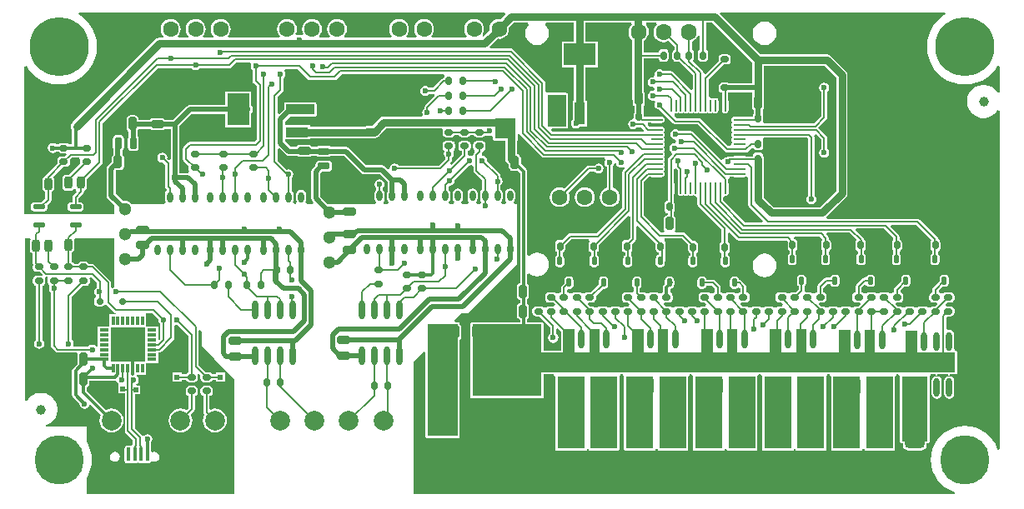
<source format=gbl>
G04 Layer_Physical_Order=2*
G04 Layer_Color=10354688*
%FSLAX44Y44*%
%MOMM*%
G71*
G01*
G75*
%ADD10C,1.0000*%
G04:AMPARAMS|DCode=14|XSize=0.5mm|YSize=1.25mm|CornerRadius=0.125mm|HoleSize=0mm|Usage=FLASHONLY|Rotation=270.000|XOffset=0mm|YOffset=0mm|HoleType=Round|Shape=RoundedRectangle|*
%AMROUNDEDRECTD14*
21,1,0.5000,1.0000,0,0,270.0*
21,1,0.2500,1.2500,0,0,270.0*
1,1,0.2500,-0.5000,-0.1250*
1,1,0.2500,-0.5000,0.1250*
1,1,0.2500,0.5000,0.1250*
1,1,0.2500,0.5000,-0.1250*
%
%ADD14ROUNDEDRECTD14*%
G04:AMPARAMS|DCode=15|XSize=1.2mm|YSize=0.8mm|CornerRadius=0.2mm|HoleSize=0mm|Usage=FLASHONLY|Rotation=90.000|XOffset=0mm|YOffset=0mm|HoleType=Round|Shape=RoundedRectangle|*
%AMROUNDEDRECTD15*
21,1,1.2000,0.4000,0,0,90.0*
21,1,0.8000,0.8000,0,0,90.0*
1,1,0.4000,0.2000,0.4000*
1,1,0.4000,0.2000,-0.4000*
1,1,0.4000,-0.2000,-0.4000*
1,1,0.4000,-0.2000,0.4000*
%
%ADD15ROUNDEDRECTD15*%
%ADD16C,0.2000*%
%ADD17C,0.3000*%
%ADD18C,0.5000*%
%ADD20O,1.5000X2.0000*%
%ADD21C,2.0000*%
%ADD22C,1.6000*%
%ADD23C,1.3000*%
%ADD24C,5.0000*%
%ADD25C,6.0000*%
%ADD26C,0.6000*%
G04:AMPARAMS|DCode=27|XSize=2mm|YSize=1.5mm|CornerRadius=0.375mm|HoleSize=0mm|Usage=FLASHONLY|Rotation=180.000|XOffset=0mm|YOffset=0mm|HoleType=Round|Shape=RoundedRectangle|*
%AMROUNDEDRECTD27*
21,1,2.0000,0.7500,0,0,180.0*
21,1,1.2500,1.5000,0,0,180.0*
1,1,0.7500,-0.6250,0.3750*
1,1,0.7500,0.6250,0.3750*
1,1,0.7500,0.6250,-0.3750*
1,1,0.7500,-0.6250,-0.3750*
%
%ADD27ROUNDEDRECTD27*%
%ADD28O,0.6000X1.9000*%
G04:AMPARAMS|DCode=29|XSize=0.5mm|YSize=0.8mm|CornerRadius=0.125mm|HoleSize=0mm|Usage=FLASHONLY|Rotation=180.000|XOffset=0mm|YOffset=0mm|HoleType=Round|Shape=RoundedRectangle|*
%AMROUNDEDRECTD29*
21,1,0.5000,0.5500,0,0,180.0*
21,1,0.2500,0.8000,0,0,180.0*
1,1,0.2500,-0.1250,0.2750*
1,1,0.2500,0.1250,0.2750*
1,1,0.2500,0.1250,-0.2750*
1,1,0.2500,-0.1250,-0.2750*
%
%ADD29ROUNDEDRECTD29*%
G04:AMPARAMS|DCode=30|XSize=0.85mm|YSize=0.6mm|CornerRadius=0.15mm|HoleSize=0mm|Usage=FLASHONLY|Rotation=90.000|XOffset=0mm|YOffset=0mm|HoleType=Round|Shape=RoundedRectangle|*
%AMROUNDEDRECTD30*
21,1,0.8500,0.3000,0,0,90.0*
21,1,0.5500,0.6000,0,0,90.0*
1,1,0.3000,0.1500,0.2750*
1,1,0.3000,0.1500,-0.2750*
1,1,0.3000,-0.1500,-0.2750*
1,1,0.3000,-0.1500,0.2750*
%
%ADD30ROUNDEDRECTD30*%
G04:AMPARAMS|DCode=31|XSize=0.85mm|YSize=0.6mm|CornerRadius=0.15mm|HoleSize=0mm|Usage=FLASHONLY|Rotation=180.000|XOffset=0mm|YOffset=0mm|HoleType=Round|Shape=RoundedRectangle|*
%AMROUNDEDRECTD31*
21,1,0.8500,0.3000,0,0,180.0*
21,1,0.5500,0.6000,0,0,180.0*
1,1,0.3000,-0.2750,0.1500*
1,1,0.3000,0.2750,0.1500*
1,1,0.3000,0.2750,-0.1500*
1,1,0.3000,-0.2750,-0.1500*
%
%ADD31ROUNDEDRECTD31*%
G04:AMPARAMS|DCode=32|XSize=0.8mm|YSize=1.3mm|CornerRadius=0.2mm|HoleSize=0mm|Usage=FLASHONLY|Rotation=0.000|XOffset=0mm|YOffset=0mm|HoleType=Round|Shape=RoundedRectangle|*
%AMROUNDEDRECTD32*
21,1,0.8000,0.9000,0,0,0.0*
21,1,0.4000,1.3000,0,0,0.0*
1,1,0.4000,0.2000,-0.4500*
1,1,0.4000,-0.2000,-0.4500*
1,1,0.4000,-0.2000,0.4500*
1,1,0.4000,0.2000,0.4500*
%
%ADD32ROUNDEDRECTD32*%
G04:AMPARAMS|DCode=33|XSize=0.8mm|YSize=1.3mm|CornerRadius=0.2mm|HoleSize=0mm|Usage=FLASHONLY|Rotation=270.000|XOffset=0mm|YOffset=0mm|HoleType=Round|Shape=RoundedRectangle|*
%AMROUNDEDRECTD33*
21,1,0.8000,0.9000,0,0,270.0*
21,1,0.4000,1.3000,0,0,270.0*
1,1,0.4000,-0.4500,-0.2000*
1,1,0.4000,-0.4500,0.2000*
1,1,0.4000,0.4500,0.2000*
1,1,0.4000,0.4500,-0.2000*
%
%ADD33ROUNDEDRECTD33*%
G04:AMPARAMS|DCode=34|XSize=1.4mm|YSize=0.35mm|CornerRadius=0.0875mm|HoleSize=0mm|Usage=FLASHONLY|Rotation=90.000|XOffset=0mm|YOffset=0mm|HoleType=Round|Shape=RoundedRectangle|*
%AMROUNDEDRECTD34*
21,1,1.4000,0.1750,0,0,90.0*
21,1,1.2250,0.3500,0,0,90.0*
1,1,0.1750,0.0875,0.6125*
1,1,0.1750,0.0875,-0.6125*
1,1,0.1750,-0.0875,-0.6125*
1,1,0.1750,-0.0875,0.6125*
%
%ADD34ROUNDEDRECTD34*%
%ADD35R,1.4000X1.2000*%
%ADD36R,1.5000X1.5000*%
%ADD37R,3.2000X3.2000*%
%ADD38R,0.3000X0.9500*%
%ADD39R,0.9500X0.3000*%
%ADD40O,1.2000X0.2500*%
%ADD41O,0.2500X1.2000*%
%ADD42R,2.2000X3.3000*%
%ADD43R,2.2000X1.0000*%
%ADD44R,3.3000X2.2000*%
%ADD45R,1.0000X2.2000*%
G04:AMPARAMS|DCode=46|XSize=1.25mm|YSize=0.7mm|CornerRadius=0.175mm|HoleSize=0mm|Usage=FLASHONLY|Rotation=90.000|XOffset=0mm|YOffset=0mm|HoleType=Round|Shape=RoundedRectangle|*
%AMROUNDEDRECTD46*
21,1,1.2500,0.3500,0,0,90.0*
21,1,0.9000,0.7000,0,0,90.0*
1,1,0.3500,0.1750,0.4500*
1,1,0.3500,0.1750,-0.4500*
1,1,0.3500,-0.1750,-0.4500*
1,1,0.3500,-0.1750,0.4500*
%
%ADD46ROUNDEDRECTD46*%
G04:AMPARAMS|DCode=47|XSize=1.25mm|YSize=0.7mm|CornerRadius=0.175mm|HoleSize=0mm|Usage=FLASHONLY|Rotation=180.000|XOffset=0mm|YOffset=0mm|HoleType=Round|Shape=RoundedRectangle|*
%AMROUNDEDRECTD47*
21,1,1.2500,0.3500,0,0,180.0*
21,1,0.9000,0.7000,0,0,180.0*
1,1,0.3500,-0.4500,0.1750*
1,1,0.3500,0.4500,0.1750*
1,1,0.3500,0.4500,-0.1750*
1,1,0.3500,-0.4500,-0.1750*
%
%ADD47ROUNDEDRECTD47*%
%ADD48O,0.6000X1.1000*%
%ADD49R,1.2000X1.9000*%
G04:AMPARAMS|DCode=50|XSize=0.6mm|YSize=0.7mm|CornerRadius=0.15mm|HoleSize=0mm|Usage=FLASHONLY|Rotation=90.000|XOffset=0mm|YOffset=0mm|HoleType=Round|Shape=RoundedRectangle|*
%AMROUNDEDRECTD50*
21,1,0.6000,0.4000,0,0,90.0*
21,1,0.3000,0.7000,0,0,90.0*
1,1,0.3000,0.2000,0.1500*
1,1,0.3000,0.2000,-0.1500*
1,1,0.3000,-0.2000,-0.1500*
1,1,0.3000,-0.2000,0.1500*
%
%ADD50ROUNDEDRECTD50*%
G04:AMPARAMS|DCode=51|XSize=0.5mm|YSize=1.25mm|CornerRadius=0.125mm|HoleSize=0mm|Usage=FLASHONLY|Rotation=180.000|XOffset=0mm|YOffset=0mm|HoleType=Round|Shape=RoundedRectangle|*
%AMROUNDEDRECTD51*
21,1,0.5000,1.0000,0,0,180.0*
21,1,0.2500,1.2500,0,0,180.0*
1,1,0.2500,-0.1250,0.5000*
1,1,0.2500,0.1250,0.5000*
1,1,0.2500,0.1250,-0.5000*
1,1,0.2500,-0.1250,-0.5000*
%
%ADD51ROUNDEDRECTD51*%
%ADD52R,0.5000X0.5000*%
%ADD53R,0.5000X0.5000*%
%ADD54C,0.7500*%
%ADD55R,0.8000X1.0000*%
%ADD56R,2.1000X2.1000*%
%ADD57R,1.9000X3.2000*%
%ADD58R,3.1000X11.4000*%
%ADD59R,1.2000X2.5000*%
%ADD60R,1.1000X2.5000*%
%ADD61R,7.0000X7.3542*%
%ADD62R,42.5000X2.0000*%
%ADD63R,2.8000X7.4000*%
%ADD64R,2.7000X7.4000*%
%ADD65R,2.6000X6.6000*%
G36*
X270256Y350256D02*
X271744Y349261D01*
X273500Y348912D01*
X281922D01*
X282939Y348232D01*
X284500Y347922D01*
X293500D01*
X295061Y348232D01*
X296078Y348912D01*
X301998D01*
X303037Y348218D01*
X304500Y347927D01*
X313500D01*
X314963Y348218D01*
X316002Y348912D01*
X329599D01*
X346756Y331756D01*
X348244Y330761D01*
X350000Y330412D01*
X366100D01*
X373762Y322749D01*
Y312633D01*
X373640Y312451D01*
X373252Y310500D01*
Y305500D01*
X373640Y303549D01*
X374674Y302001D01*
X374551Y301415D01*
X373980Y300001D01*
X370020Y300001D01*
X369449Y301415D01*
X369326Y302001D01*
X370360Y303549D01*
X370748Y305500D01*
Y310500D01*
X370360Y312451D01*
X369255Y314105D01*
X369081Y314221D01*
Y316279D01*
X369255Y316395D01*
X370360Y318049D01*
X370748Y320000D01*
X370360Y321951D01*
X369255Y323605D01*
X367601Y324710D01*
X365650Y325098D01*
X363699Y324710D01*
X362045Y323605D01*
X360940Y321951D01*
X360552Y320000D01*
X360940Y318049D01*
X362045Y316395D01*
X362219Y316279D01*
Y314221D01*
X362045Y314105D01*
X360940Y312451D01*
X360552Y310500D01*
Y305500D01*
X360940Y303549D01*
X361974Y302001D01*
X361851Y301415D01*
X361280Y300001D01*
X317069Y300001D01*
X315000Y300273D01*
X313158Y300031D01*
X305588Y307600D01*
Y331100D01*
X307415Y332926D01*
X313498D01*
X314961Y333218D01*
X316202Y334046D01*
X317031Y335287D01*
X317322Y336750D01*
Y340250D01*
X317031Y341713D01*
X316202Y342954D01*
X314961Y343782D01*
X313498Y344073D01*
X304498D01*
X303035Y343782D01*
X301795Y342954D01*
X300966Y341713D01*
X300675Y340250D01*
Y339164D01*
X297756Y336244D01*
X296761Y334756D01*
X296412Y333000D01*
Y305700D01*
X296761Y303944D01*
X297756Y302456D01*
X298363Y301849D01*
X297597Y300001D01*
X291462Y300001D01*
X290394Y302001D01*
X290760Y302549D01*
X291148Y304500D01*
Y309500D01*
X290760Y311451D01*
X289655Y313105D01*
X288001Y314210D01*
X286050Y314598D01*
X284099Y314210D01*
X282445Y313105D01*
X281340Y311451D01*
X280952Y309500D01*
Y304500D01*
X281340Y302549D01*
X281707Y302001D01*
X280637Y300001D01*
X278762D01*
X277694Y302001D01*
X278060Y302549D01*
X278448Y304500D01*
Y309500D01*
X278060Y311451D01*
X276955Y313105D01*
X276409Y313470D01*
Y326264D01*
X276605Y326395D01*
X277710Y328049D01*
X278098Y330000D01*
X277710Y331951D01*
X276605Y333605D01*
X274951Y334710D01*
X273000Y335098D01*
X271522Y334804D01*
X262059Y344267D01*
Y355840D01*
X263906Y356605D01*
X270256Y350256D01*
D02*
G37*
G36*
X11329Y263730D02*
X10882Y263061D01*
X10572Y261500D01*
Y253500D01*
X10882Y251939D01*
X11766Y250616D01*
X13089Y249732D01*
X13591Y249632D01*
Y239350D01*
X13591Y239350D01*
X13820Y238198D01*
X13681Y237500D01*
Y234500D01*
X13953Y233134D01*
X14727Y231977D01*
X15884Y231203D01*
X17250Y230931D01*
X20743D01*
X23450Y228224D01*
X22824Y227054D01*
X22750Y227069D01*
X17250D01*
X15884Y226797D01*
X14727Y226023D01*
X13953Y224866D01*
X13681Y223500D01*
Y220500D01*
X13953Y219134D01*
X14727Y217977D01*
X15884Y217203D01*
X16941Y216993D01*
Y161970D01*
X16395Y161605D01*
X15290Y159951D01*
X14902Y158000D01*
X15290Y156049D01*
X16395Y154395D01*
X18049Y153290D01*
X20000Y152902D01*
X21951Y153290D01*
X23605Y154395D01*
X24710Y156049D01*
X25098Y158000D01*
X24710Y159951D01*
X23605Y161605D01*
X23059Y161970D01*
Y216993D01*
X24116Y217203D01*
X25273Y217977D01*
X26047Y219134D01*
X26319Y220500D01*
Y223500D01*
X26047Y224866D01*
X26834Y225974D01*
X27000Y225941D01*
X27000Y225941D01*
X28346D01*
X28914Y224671D01*
X28681Y223500D01*
Y220500D01*
X28953Y219134D01*
X29727Y217977D01*
X29996Y217797D01*
X30393Y216105D01*
X30290Y215951D01*
X29902Y214000D01*
X30290Y212049D01*
X31395Y210395D01*
X31941Y210030D01*
Y156000D01*
X31941Y156000D01*
X32174Y154830D01*
X32837Y153837D01*
X36837Y149837D01*
X36837Y149837D01*
X37830Y149174D01*
X39000Y148941D01*
X39000Y148941D01*
X58409D01*
X59155Y147671D01*
X58922Y146500D01*
Y137718D01*
X54477Y133273D01*
X53703Y132116D01*
X53431Y130750D01*
Y106000D01*
X53703Y104634D01*
X54477Y103477D01*
X60911Y97043D01*
X60902Y97000D01*
X61290Y95049D01*
X62395Y93395D01*
X64049Y92290D01*
X66000Y91902D01*
X67951Y92290D01*
X69605Y93395D01*
X70710Y95049D01*
X70859Y95798D01*
X72237Y96216D01*
X82837Y85616D01*
X81809Y83133D01*
X81396Y80000D01*
X81809Y76867D01*
X83018Y73948D01*
X84942Y71441D01*
X87448Y69518D01*
X90367Y68309D01*
X93500Y67896D01*
X96633Y68309D01*
X99552Y69518D01*
X102058Y71441D01*
X103982Y73948D01*
X105191Y76867D01*
X105604Y80000D01*
X105191Y83133D01*
X103982Y86052D01*
X102058Y88559D01*
X99552Y90482D01*
X96633Y91691D01*
X93500Y92104D01*
X90367Y91691D01*
X87884Y90663D01*
X68569Y109978D01*
Y113737D01*
X69884Y114616D01*
X70768Y115939D01*
X71078Y117500D01*
Y120431D01*
X97200D01*
X97700Y120531D01*
X99162Y119691D01*
X99290Y119049D01*
X100218Y117659D01*
X100500Y116506D01*
X100500Y116506D01*
X100500D01*
X100500Y116506D01*
Y107506D01*
X106941D01*
Y69343D01*
X106941Y69343D01*
X107174Y68173D01*
X107837Y67180D01*
X115191Y59826D01*
Y56017D01*
X114837Y55663D01*
X114192Y54697D01*
X114167Y54668D01*
X112775Y54147D01*
X112497Y54333D01*
X111375Y54556D01*
X109625D01*
X108503Y54333D01*
X107552Y53698D01*
X106917Y52747D01*
X106694Y51625D01*
Y39375D01*
X106917Y38253D01*
X107552Y37302D01*
X108503Y36667D01*
X109625Y36444D01*
X111375D01*
X112497Y36667D01*
X112810Y36876D01*
X113750Y37199D01*
X114690Y36876D01*
X115003Y36667D01*
X116125Y36444D01*
X117875D01*
X118997Y36667D01*
X119948Y37302D01*
X120552D01*
X121503Y36667D01*
X122625Y36444D01*
X124375D01*
X125497Y36667D01*
X125810Y36876D01*
X126750Y37199D01*
X127690Y36876D01*
X128003Y36667D01*
X129125Y36444D01*
X130875D01*
X131997Y36667D01*
X132948Y37302D01*
X133347Y37900D01*
X134818Y38445D01*
X135049Y38290D01*
X137000Y37902D01*
X138951Y38290D01*
X140605Y39395D01*
X141710Y41049D01*
X142098Y43000D01*
X141710Y44951D01*
X140605Y46605D01*
X138951Y47710D01*
X137000Y48098D01*
X135076Y47715D01*
X134847Y47672D01*
X133806Y48395D01*
Y51625D01*
X133583Y52747D01*
X133569Y52769D01*
Y57371D01*
X133605Y57395D01*
X134710Y59049D01*
X135098Y61000D01*
X134710Y62951D01*
X133605Y64605D01*
X131951Y65710D01*
X130000Y66098D01*
X128049Y65710D01*
X126395Y64605D01*
X126213Y64331D01*
X126152Y64309D01*
X124743Y64418D01*
X124413Y64913D01*
X124413Y64913D01*
X117059Y72267D01*
Y106494D01*
X122500D01*
Y115494D01*
X119045D01*
X118660Y116764D01*
X119605Y117395D01*
X120710Y119049D01*
X121098Y121000D01*
X120710Y122951D01*
X119605Y124605D01*
X119043Y124980D01*
X119429Y126250D01*
X128500D01*
Y138500D01*
X140750D01*
Y148941D01*
X142000D01*
X142000Y148941D01*
X143170Y149174D01*
X144163Y149837D01*
X156163Y161837D01*
X156163Y161837D01*
X156826Y162829D01*
X157059Y164000D01*
Y176541D01*
X158329Y177234D01*
X160000Y176902D01*
X160644Y177030D01*
X171941Y165733D01*
Y129007D01*
X170884Y128797D01*
X169727Y128023D01*
X169082Y127059D01*
X164494D01*
Y128500D01*
X155494D01*
Y119500D01*
X164494D01*
Y120941D01*
X169082D01*
X169727Y119977D01*
X170884Y119203D01*
X172250Y118931D01*
X177750D01*
X179116Y119203D01*
X180273Y119977D01*
X181047Y121134D01*
X181319Y122500D01*
Y125500D01*
X181047Y126866D01*
X182103Y127572D01*
X183763Y125911D01*
X183681Y125500D01*
Y122500D01*
X183953Y121134D01*
X184727Y119977D01*
X185884Y119203D01*
X187250Y118931D01*
X192750D01*
X194116Y119203D01*
X195273Y119977D01*
X195918Y120941D01*
X199494D01*
Y119500D01*
X208494D01*
Y128500D01*
X199494D01*
Y127059D01*
X195918D01*
X195273Y128023D01*
X194116Y128797D01*
X192750Y129069D01*
X189257D01*
X182059Y136267D01*
Y171282D01*
X183232Y171768D01*
X185000Y170000D01*
X185000Y156000D01*
X197500Y143500D01*
Y142000D01*
X217750Y121750D01*
Y5000D01*
X68000D01*
Y21577D01*
X69941Y24744D01*
X71959Y29616D01*
X73190Y34743D01*
X73604Y40000D01*
X73190Y45257D01*
X71959Y50384D01*
X69941Y55256D01*
X68000Y58423D01*
Y74000D01*
X27198Y74000D01*
X26946Y75270D01*
X29685Y76405D01*
X32429Y78238D01*
X34762Y80571D01*
X36595Y83315D01*
X37858Y86364D01*
X38502Y89600D01*
Y92900D01*
X37858Y96136D01*
X36595Y99185D01*
X34762Y101929D01*
X32429Y104262D01*
X29685Y106095D01*
X26636Y107358D01*
X23400Y108002D01*
X20100D01*
X16864Y107358D01*
X13815Y106095D01*
X11071Y104262D01*
X8738Y101929D01*
X7270Y99732D01*
X6000Y100117D01*
X6000Y265000D01*
X10651D01*
X11329Y263730D01*
D02*
G37*
G36*
X460941Y338215D02*
Y334000D01*
X460941Y334000D01*
X461174Y332830D01*
X461837Y331837D01*
X469591Y324083D01*
Y314470D01*
X469045Y314105D01*
X467940Y312451D01*
X467552Y310500D01*
Y305500D01*
X467940Y303549D01*
X469045Y301895D01*
X468324Y300002D01*
X464321D01*
X463750Y301414D01*
X463626Y302002D01*
X464660Y303549D01*
X465048Y305500D01*
Y310500D01*
X464660Y312451D01*
X463555Y314105D01*
X461901Y315210D01*
X459950Y315598D01*
X457999Y315210D01*
X456345Y314105D01*
X455240Y312451D01*
X454852Y310500D01*
Y305500D01*
X455240Y303549D01*
X456274Y302001D01*
X456151Y301414D01*
X455579Y300002D01*
X449421Y300002D01*
X448849Y301414D01*
X448726Y302001D01*
X449760Y303549D01*
X450148Y305500D01*
Y310500D01*
X449760Y312451D01*
X448655Y314105D01*
X447001Y315210D01*
X445050Y315598D01*
X443099Y315210D01*
X441445Y314105D01*
X440340Y312451D01*
X439952Y310500D01*
Y305500D01*
X440340Y303549D01*
X441374Y302001D01*
X441251Y301414D01*
X440680Y300002D01*
X436721Y300001D01*
X436149Y301414D01*
X436026Y302001D01*
X437060Y303549D01*
X437448Y305500D01*
Y310500D01*
X437060Y312451D01*
X435955Y314105D01*
X435409Y314470D01*
Y317441D01*
X437000Y318902D01*
X438951Y319290D01*
X440605Y320395D01*
X441710Y322049D01*
X442098Y324000D01*
X441970Y324644D01*
X456356Y339030D01*
X457000Y338902D01*
X458951Y339290D01*
X460941Y338215D01*
D02*
G37*
G36*
X738707Y327880D02*
X739941Y327323D01*
Y299000D01*
X739941Y299000D01*
X740174Y297829D01*
X740837Y296837D01*
X754768Y282906D01*
X754002Y281059D01*
X736894D01*
X714559Y303394D01*
Y306416D01*
X716500Y307936D01*
X717768Y308189D01*
X718843Y308907D01*
X719561Y309982D01*
X719814Y311250D01*
Y320750D01*
X719561Y322018D01*
X719559Y322022D01*
Y325186D01*
X719559Y325186D01*
X719508Y325441D01*
X720696Y327248D01*
X720994Y327441D01*
X724978D01*
X724982Y327439D01*
X726250Y327186D01*
X735750D01*
X737018Y327439D01*
X737941Y328055D01*
X738707Y327880D01*
D02*
G37*
G36*
X78441Y220233D02*
Y215304D01*
X77395Y214605D01*
X76290Y212951D01*
X75902Y211000D01*
X76290Y209049D01*
X77395Y207395D01*
X77915Y207048D01*
X77987Y206635D01*
X77862Y205615D01*
X76977Y205023D01*
X76203Y203866D01*
X75931Y202500D01*
Y199500D01*
X76203Y198134D01*
X76977Y196977D01*
X78134Y196203D01*
X79500Y195931D01*
X83500D01*
X84866Y196203D01*
X86023Y196977D01*
X86454Y197621D01*
X87439Y197775D01*
X87871Y197758D01*
X87940Y197734D01*
X95837Y189837D01*
X95837Y189837D01*
X96830Y189174D01*
X97604Y189020D01*
X97479Y187750D01*
X91500D01*
Y175500D01*
X79250D01*
Y163500D01*
Y155428D01*
X77980Y155043D01*
X77605Y155605D01*
X75951Y156710D01*
X74000Y157098D01*
X72049Y156710D01*
X70395Y155605D01*
X70030Y155058D01*
X55459D01*
X54765Y156328D01*
X55098Y158000D01*
X54710Y159951D01*
X53605Y161604D01*
X53059Y161969D01*
Y205733D01*
X64257Y216931D01*
X67750D01*
X69116Y217203D01*
X70273Y217977D01*
X71047Y219134D01*
X71319Y220500D01*
Y223500D01*
X71093Y224633D01*
X71736Y225738D01*
X72825Y225849D01*
X78441Y220233D01*
D02*
G37*
G36*
X101500Y174250D02*
X127250D01*
Y168500D01*
Y158500D01*
Y148500D01*
Y139750D01*
X116500D01*
Y127293D01*
X116014Y126131D01*
X115347Y125968D01*
X114591Y125818D01*
X113538Y126721D01*
X113500Y126797D01*
Y139750D01*
X101500D01*
Y139750D01*
X92750D01*
Y153500D01*
Y163500D01*
Y174250D01*
X101500D01*
Y174250D01*
D02*
G37*
G36*
X96000Y215677D02*
X94395Y214605D01*
X94329Y214505D01*
X93059Y214891D01*
Y220000D01*
X92826Y221171D01*
X92163Y222163D01*
X92163Y222163D01*
X76163Y238163D01*
X75170Y238826D01*
X74000Y239059D01*
X74000Y239059D01*
X70918D01*
X70273Y240023D01*
X69116Y240797D01*
X67750Y241069D01*
X62250D01*
X60884Y240797D01*
X59727Y240023D01*
X59082Y239059D01*
X55918D01*
X55273Y240023D01*
X54116Y240797D01*
X52750Y241069D01*
X52709D01*
Y250632D01*
X53211Y250732D01*
X54534Y251616D01*
X55418Y252939D01*
X55728Y254500D01*
Y262500D01*
X55484Y263730D01*
X56201Y265000D01*
X96000D01*
X96000Y215677D01*
D02*
G37*
G36*
X141030Y182644D02*
X140902Y182000D01*
X141290Y180049D01*
X142395Y178395D01*
X142941Y178030D01*
Y162924D01*
X141923Y161906D01*
X140750Y162392D01*
Y175500D01*
X128500D01*
Y187750D01*
X128500D01*
X128690Y188941D01*
X134733D01*
X141030Y182644D01*
D02*
G37*
G36*
X647175Y482137D02*
X647168Y482132D01*
X646951Y481849D01*
X646668Y481632D01*
X645065Y479543D01*
X644057Y477110D01*
X643714Y474500D01*
X644057Y471889D01*
X645065Y469457D01*
X646668Y467368D01*
X648757Y465765D01*
X651189Y464757D01*
X653800Y464414D01*
X656411Y464757D01*
X658843Y465765D01*
X659050Y465924D01*
X664941Y460033D01*
Y456918D01*
X663977Y456273D01*
X663203Y455116D01*
X662931Y453750D01*
Y448250D01*
X663203Y446884D01*
X663977Y445727D01*
X665134Y444953D01*
X666500Y444681D01*
X669500D01*
X669911Y444763D01*
X683441Y431233D01*
Y416998D01*
X681593Y416232D01*
X663663Y434163D01*
X662671Y434826D01*
X661500Y435059D01*
X661500Y435059D01*
X653970D01*
X653605Y435605D01*
X651951Y436710D01*
X650000Y437098D01*
X648049Y436710D01*
X646395Y435605D01*
X645290Y433951D01*
X644902Y432000D01*
X645159Y430708D01*
X644051Y429252D01*
X643620Y428975D01*
X643000Y429098D01*
X641049Y428710D01*
X639395Y427605D01*
X638290Y425951D01*
X637902Y424000D01*
X638290Y422049D01*
X639395Y420395D01*
X641049Y419290D01*
X643000Y418902D01*
X643251Y418952D01*
X644952Y417251D01*
X644902Y417000D01*
X644952Y416749D01*
X643251Y415048D01*
X643000Y415098D01*
X641049Y414710D01*
X639395Y413605D01*
X638290Y411951D01*
X637902Y410000D01*
X638290Y408049D01*
X639395Y406395D01*
X641049Y405290D01*
X643000Y404902D01*
X644371Y405175D01*
X645665Y403620D01*
X645693Y403554D01*
X645290Y402951D01*
X644902Y401000D01*
X645290Y399049D01*
X646395Y397395D01*
X648049Y396290D01*
X649716Y395959D01*
X663837Y381837D01*
X663837Y381837D01*
X664829Y381174D01*
X666000Y380941D01*
X688733D01*
X716337Y353337D01*
X717329Y352674D01*
X718500Y352441D01*
X724978D01*
X724982Y352439D01*
X726250Y352186D01*
X735750D01*
X737018Y352439D01*
X737022Y352441D01*
X737500D01*
X737500Y352441D01*
X738671Y352674D01*
X739663Y353337D01*
X743171Y356846D01*
X743750Y356856D01*
X745537Y356383D01*
X745977Y355726D01*
X747134Y354952D01*
X748500Y354680D01*
X751500D01*
X752866Y354952D01*
X754023Y355726D01*
X754797Y356883D01*
X755069Y358249D01*
Y363749D01*
X754797Y365115D01*
X754579Y365441D01*
X755600Y367441D01*
X800233D01*
X800941Y366733D01*
Y308970D01*
X800395Y308605D01*
X799290Y306951D01*
X798902Y305000D01*
X799290Y303049D01*
X800395Y301395D01*
X802049Y300290D01*
X804000Y299902D01*
X805951Y300290D01*
X807605Y301395D01*
X808710Y303049D01*
X809098Y305000D01*
X808710Y306951D01*
X807605Y308605D01*
X807059Y308970D01*
Y368000D01*
X807059Y368000D01*
X806826Y369170D01*
X808087Y370883D01*
X808581Y371023D01*
X808674Y371000D01*
X813941Y365733D01*
Y355970D01*
X813395Y355605D01*
X812290Y353951D01*
X811902Y352000D01*
X812290Y350049D01*
X813395Y348395D01*
X815049Y347290D01*
X817000Y346902D01*
X818951Y347290D01*
X820605Y348395D01*
X821710Y350049D01*
X822098Y352000D01*
X821710Y353951D01*
X820605Y355605D01*
X820059Y355970D01*
Y367000D01*
X819826Y368171D01*
X819163Y369163D01*
X811163Y377163D01*
X811102Y377777D01*
X819163Y385837D01*
X819163Y385837D01*
X819826Y386829D01*
X820059Y388000D01*
Y414030D01*
X820605Y414395D01*
X821710Y416049D01*
X822098Y418000D01*
X821710Y419951D01*
X820605Y421605D01*
X818951Y422710D01*
X817000Y423098D01*
X815049Y422710D01*
X813395Y421605D01*
X812290Y419951D01*
X811902Y418000D01*
X812290Y416049D01*
X813395Y414395D01*
X813941Y414030D01*
Y389267D01*
X806733Y382059D01*
X756467D01*
X755030Y384059D01*
X755069Y384251D01*
Y385405D01*
X755088Y385501D01*
X755069Y385596D01*
Y389751D01*
X754797Y391117D01*
X754588Y391429D01*
Y395419D01*
X754884Y395616D01*
X755768Y396939D01*
X756078Y398500D01*
Y407500D01*
X755863Y408584D01*
Y419000D01*
Y440137D01*
X817572D01*
X829137Y428572D01*
Y313428D01*
X812572Y296863D01*
X765428D01*
X755863Y306428D01*
Y346001D01*
X755416Y348245D01*
X755065Y348771D01*
X754797Y350117D01*
X754023Y351274D01*
X752866Y352048D01*
X751500Y352320D01*
X748500D01*
X747134Y352048D01*
X745977Y351274D01*
X745203Y350117D01*
X744935Y348771D01*
X744793Y348559D01*
X737022D01*
X737018Y348561D01*
X735750Y348814D01*
X726250D01*
X724982Y348561D01*
X724978Y348559D01*
X721500D01*
X721500Y348559D01*
X720330Y348326D01*
X719762Y347947D01*
X719000Y348098D01*
X717049Y347710D01*
X715395Y346605D01*
X714656Y345498D01*
X712401Y344925D01*
X684164Y373162D01*
X683171Y373825D01*
X682001Y374058D01*
X682001Y374058D01*
X669968D01*
X669604Y374604D01*
X667950Y375709D01*
X665999Y376097D01*
X664048Y375709D01*
X662394Y374604D01*
X661289Y372950D01*
X660901Y370999D01*
X661289Y369048D01*
X662394Y367394D01*
X664048Y366289D01*
X665257Y366049D01*
X666503Y364272D01*
X666045Y362580D01*
X665044Y362089D01*
X665000Y362098D01*
X663049Y361710D01*
X661395Y360605D01*
X660290Y358951D01*
X659902Y357000D01*
X660290Y355049D01*
X661395Y353395D01*
X662211Y352850D01*
X662671Y350481D01*
X659337Y347148D01*
X658674Y346156D01*
X658441Y344985D01*
X658441Y344985D01*
Y322022D01*
X658439Y322018D01*
X658186Y320750D01*
Y311250D01*
X658439Y309982D01*
X658441Y309978D01*
Y303308D01*
X657134Y303048D01*
X655977Y302274D01*
X655203Y301117D01*
X654931Y299751D01*
Y294251D01*
X655203Y292885D01*
X655977Y291728D01*
X657134Y290954D01*
X658441Y290694D01*
Y288578D01*
X658000D01*
X656439Y288268D01*
X655116Y287384D01*
X654232Y286061D01*
X653922Y284500D01*
Y275500D01*
X654232Y273939D01*
X654820Y273059D01*
X654281Y271515D01*
X653934Y271059D01*
X651267D01*
X634059Y288267D01*
Y322419D01*
X639081Y327441D01*
X640978D01*
X640982Y327439D01*
X642250Y327186D01*
X651750D01*
X653018Y327439D01*
X654093Y328157D01*
X654811Y329232D01*
X655064Y330500D01*
X654811Y331768D01*
X654093Y332843D01*
Y333157D01*
X654811Y334232D01*
X655064Y335500D01*
X654811Y336768D01*
X654174Y338000D01*
X654811Y339232D01*
X655064Y340500D01*
X654811Y341768D01*
X654174Y343000D01*
X654811Y344232D01*
X655064Y345500D01*
X654811Y346768D01*
X654093Y347843D01*
Y348157D01*
X654811Y349232D01*
X655064Y350500D01*
X654811Y351768D01*
X654174Y353000D01*
X654811Y354232D01*
X655064Y355500D01*
X654811Y356768D01*
X654093Y357843D01*
Y358157D01*
X654811Y359232D01*
X655064Y360500D01*
X654811Y361768D01*
X654174Y363000D01*
X654811Y364232D01*
X655064Y365500D01*
X654811Y366768D01*
X654174Y368000D01*
X654811Y369232D01*
X655064Y370500D01*
X654811Y371768D01*
X654093Y372843D01*
Y373157D01*
X654811Y374232D01*
X655064Y375500D01*
X654811Y376768D01*
X654093Y377843D01*
X653018Y378561D01*
X651750Y378814D01*
X642250D01*
X640982Y378561D01*
X640978Y378559D01*
X639767D01*
X637732Y380593D01*
X638498Y382441D01*
X640978D01*
X640982Y382439D01*
X642250Y382186D01*
X651750D01*
X653018Y382439D01*
X654093Y383157D01*
X654811Y384232D01*
X655064Y385500D01*
X654811Y386768D01*
X654093Y387843D01*
X653018Y388561D01*
X651750Y388814D01*
X642250D01*
X640982Y388561D01*
X640978Y388559D01*
X634069D01*
Y391749D01*
X633797Y393115D01*
X633588Y393427D01*
Y399419D01*
X633884Y399616D01*
X634768Y400939D01*
X635078Y402500D01*
Y411500D01*
X634768Y413061D01*
X633884Y414384D01*
X633863Y414398D01*
Y447941D01*
X648993D01*
X649203Y446884D01*
X649977Y445727D01*
X651134Y444953D01*
X652500Y444681D01*
X655500D01*
X656866Y444953D01*
X658023Y445727D01*
X658797Y446884D01*
X659069Y448250D01*
Y453750D01*
X658797Y455116D01*
X658023Y456273D01*
X656866Y457047D01*
X655500Y457319D01*
X652500D01*
X651134Y457047D01*
X649977Y456273D01*
X649203Y455116D01*
X648993Y454059D01*
X633863D01*
Y466087D01*
X635532Y467368D01*
X635749Y467651D01*
X636032Y467868D01*
X637635Y469957D01*
X638643Y472389D01*
X638986Y475000D01*
X638643Y477611D01*
X637635Y480043D01*
X636032Y482132D01*
X636025Y482137D01*
X636704Y484137D01*
X646496D01*
X647175Y482137D01*
D02*
G37*
G36*
X292837Y426837D02*
X293829Y426174D01*
X295000Y425941D01*
X295000Y425941D01*
X320000D01*
X320000Y425941D01*
X321171Y426174D01*
X322163Y426837D01*
X327267Y431941D01*
X430873D01*
X431380Y431175D01*
X431755Y429941D01*
X431203Y429116D01*
X430993Y428057D01*
X429829Y427826D01*
X428837Y427163D01*
X419733Y418059D01*
X415970D01*
X415605Y418605D01*
X413951Y419710D01*
X412000Y420098D01*
X410049Y419710D01*
X408395Y418605D01*
X407290Y416951D01*
X406902Y415000D01*
X407290Y413049D01*
X408395Y411395D01*
X410049Y410290D01*
X412000Y409902D01*
X413951Y410290D01*
X415605Y411395D01*
X415970Y411941D01*
X420787D01*
X421189Y411444D01*
X421719Y410045D01*
X411836Y400162D01*
X411173Y399170D01*
X410940Y397999D01*
X410940Y397999D01*
Y396969D01*
X410394Y396604D01*
X409289Y394950D01*
X408901Y392999D01*
X409289Y391048D01*
X409413Y390863D01*
X408344Y388863D01*
X370000D01*
X367757Y388416D01*
X365854Y387146D01*
X357787Y379078D01*
X352500D01*
X351415Y378863D01*
X295000D01*
Y380000D01*
X269588D01*
Y384100D01*
X274489Y389000D01*
X291803D01*
X292000Y388961D01*
X300000D01*
X300780Y389116D01*
X301442Y389558D01*
X301884Y390220D01*
X302039Y391000D01*
Y395705D01*
X302098Y396000D01*
X302039Y396295D01*
Y401000D01*
X301884Y401780D01*
X301442Y402442D01*
X300780Y402884D01*
X300000Y403039D01*
X292000D01*
X291803Y403000D01*
X269000D01*
Y396489D01*
X263906Y391395D01*
X262059Y392160D01*
Y408733D01*
X267163Y413837D01*
X267826Y414829D01*
X268059Y416000D01*
X268059Y416000D01*
Y428030D01*
X268605Y428395D01*
X269710Y430049D01*
X270098Y432000D01*
X269710Y433951D01*
X269048Y434941D01*
X269928Y436935D01*
X269934Y436941D01*
X282733D01*
X292837Y426837D01*
D02*
G37*
G36*
X493709Y493000D02*
X488586Y487877D01*
X487000Y488086D01*
X484389Y487743D01*
X481957Y486735D01*
X479868Y485132D01*
X478265Y483043D01*
X477257Y480611D01*
X476914Y478000D01*
X477123Y476414D01*
X471023Y470314D01*
X470858Y470353D01*
X470056Y472594D01*
X470335Y472957D01*
X471343Y475390D01*
X471686Y478000D01*
X471343Y480611D01*
X470335Y483043D01*
X468732Y485132D01*
X466643Y486735D01*
X464211Y487743D01*
X461600Y488086D01*
X458989Y487743D01*
X456557Y486735D01*
X454468Y485132D01*
X452865Y483043D01*
X451857Y480611D01*
X451514Y478000D01*
X451857Y475390D01*
X452865Y472957D01*
X454468Y470868D01*
X454475Y470863D01*
X453796Y468863D01*
X418604D01*
X417925Y470863D01*
X417932Y470868D01*
X419535Y472957D01*
X420543Y475390D01*
X420886Y478000D01*
X420543Y480611D01*
X419535Y483043D01*
X417932Y485132D01*
X415843Y486735D01*
X413410Y487743D01*
X410800Y488086D01*
X408190Y487743D01*
X405757Y486735D01*
X403668Y485132D01*
X402065Y483043D01*
X401057Y480611D01*
X400714Y478000D01*
X401057Y475390D01*
X402065Y472957D01*
X403668Y470868D01*
X403675Y470863D01*
X402996Y468863D01*
X393204D01*
X392525Y470863D01*
X392532Y470868D01*
X394135Y472957D01*
X395143Y475390D01*
X395486Y478000D01*
X395143Y480611D01*
X394135Y483043D01*
X392532Y485132D01*
X390443Y486735D01*
X388010Y487743D01*
X385400Y488086D01*
X382789Y487743D01*
X380357Y486735D01*
X378268Y485132D01*
X376665Y483043D01*
X375657Y480611D01*
X375314Y478000D01*
X375657Y475390D01*
X376665Y472957D01*
X378268Y470868D01*
X378275Y470863D01*
X377596Y468863D01*
X330204D01*
X329525Y470863D01*
X329532Y470868D01*
X331135Y472957D01*
X332143Y475390D01*
X332486Y478000D01*
X332143Y480611D01*
X331135Y483043D01*
X329532Y485132D01*
X327443Y486735D01*
X325010Y487743D01*
X322400Y488086D01*
X319790Y487743D01*
X317357Y486735D01*
X315268Y485132D01*
X313665Y483043D01*
X312657Y480611D01*
X312314Y478000D01*
X312657Y475390D01*
X313665Y472957D01*
X315268Y470868D01*
X315275Y470863D01*
X314596Y468863D01*
X304804D01*
X304125Y470863D01*
X304132Y470868D01*
X305735Y472957D01*
X306743Y475390D01*
X307086Y478000D01*
X306743Y480611D01*
X305735Y483043D01*
X304132Y485132D01*
X302043Y486735D01*
X299611Y487743D01*
X297000Y488086D01*
X294389Y487743D01*
X291957Y486735D01*
X289868Y485132D01*
X288265Y483043D01*
X287257Y480611D01*
X286914Y478000D01*
X287257Y475390D01*
X288265Y472957D01*
X288300Y472911D01*
X288255Y472576D01*
X286106Y471606D01*
X285951Y471710D01*
X284000Y472098D01*
X282049Y471710D01*
X281741Y471504D01*
X280335Y472957D01*
X281343Y475390D01*
X281686Y478000D01*
X281343Y480611D01*
X280335Y483043D01*
X278732Y485132D01*
X276643Y486735D01*
X274210Y487743D01*
X271600Y488086D01*
X268990Y487743D01*
X266557Y486735D01*
X264468Y485132D01*
X262865Y483043D01*
X261857Y480611D01*
X261514Y478000D01*
X261857Y475390D01*
X262865Y472957D01*
X264468Y470868D01*
X264475Y470863D01*
X263796Y468863D01*
X212204D01*
X211525Y470863D01*
X211532Y470868D01*
X213135Y472957D01*
X214143Y475390D01*
X214486Y478000D01*
X214143Y480611D01*
X213135Y483043D01*
X211532Y485132D01*
X209443Y486735D01*
X207010Y487743D01*
X204400Y488086D01*
X201789Y487743D01*
X199357Y486735D01*
X197268Y485132D01*
X195665Y483043D01*
X194657Y480611D01*
X194314Y478000D01*
X194657Y475390D01*
X195665Y472957D01*
X197268Y470868D01*
X197275Y470863D01*
X196596Y468863D01*
X186804D01*
X186125Y470863D01*
X186132Y470868D01*
X187735Y472957D01*
X188743Y475390D01*
X189086Y478000D01*
X188743Y480611D01*
X187735Y483043D01*
X186132Y485132D01*
X184043Y486735D01*
X181611Y487743D01*
X179000Y488086D01*
X176390Y487743D01*
X173957Y486735D01*
X171868Y485132D01*
X170265Y483043D01*
X169257Y480611D01*
X168914Y478000D01*
X169257Y475390D01*
X170265Y472957D01*
X171868Y470868D01*
X171875Y470863D01*
X171196Y468863D01*
X161404D01*
X160725Y470863D01*
X160732Y470868D01*
X162335Y472957D01*
X163343Y475390D01*
X163686Y478000D01*
X163343Y480611D01*
X162335Y483043D01*
X160732Y485132D01*
X158643Y486735D01*
X156210Y487743D01*
X153600Y488086D01*
X150990Y487743D01*
X148557Y486735D01*
X146468Y485132D01*
X144865Y483043D01*
X143857Y480611D01*
X143514Y478000D01*
X143857Y475390D01*
X144865Y472957D01*
X146468Y470868D01*
X146475Y470863D01*
X145796Y468863D01*
X142000D01*
X139756Y468416D01*
X137854Y467146D01*
X53854Y383145D01*
X52584Y381244D01*
X52137Y379000D01*
X52584Y376757D01*
X53431Y375488D01*
Y360569D01*
X50577D01*
X50273Y361023D01*
X49116Y361797D01*
X47750Y362069D01*
X42250D01*
X40884Y361797D01*
X39727Y361023D01*
X39506Y360694D01*
X37553Y360639D01*
X35951Y361710D01*
X34000Y362098D01*
X32049Y361710D01*
X30395Y360605D01*
X29290Y358951D01*
X28902Y357000D01*
X29290Y355049D01*
X30395Y353395D01*
X32049Y352290D01*
X34000Y351902D01*
X35951Y352290D01*
X37553Y353360D01*
X39506Y353306D01*
X39727Y352977D01*
X40884Y352203D01*
X42250Y351931D01*
X46777D01*
X47606Y349931D01*
X45743Y348069D01*
X42250D01*
X40884Y347797D01*
X39727Y347023D01*
X38953Y345866D01*
X38681Y344500D01*
Y341500D01*
X38763Y341089D01*
X27187Y329513D01*
X26524Y328521D01*
X26502Y328410D01*
X25789Y328268D01*
X24466Y327384D01*
X23582Y326061D01*
X23272Y324500D01*
Y316500D01*
X23582Y314939D01*
X24466Y313616D01*
X25789Y312732D01*
X26291Y312632D01*
Y305617D01*
X22238Y301564D01*
X15000D01*
X13732Y301311D01*
X12657Y300593D01*
X11939Y299518D01*
X11686Y298250D01*
Y295750D01*
X11939Y294482D01*
X12657Y293407D01*
X13732Y292689D01*
X15000Y292436D01*
X25000D01*
X26268Y292689D01*
X27343Y293407D01*
X28061Y294482D01*
X28314Y295750D01*
Y298250D01*
X28191Y298866D01*
X31513Y302187D01*
X32176Y303179D01*
X32409Y304350D01*
X32409Y304350D01*
Y312632D01*
X32911Y312732D01*
X34234Y313616D01*
X35118Y314939D01*
X35428Y316500D01*
Y324500D01*
X35118Y326061D01*
X34234Y327384D01*
X34187Y327861D01*
X44257Y337931D01*
X47750D01*
X49116Y338203D01*
X50273Y338977D01*
X51047Y340134D01*
X51319Y341500D01*
Y344500D01*
X51237Y344911D01*
X53267Y346941D01*
X60450D01*
X61769Y344941D01*
X61681Y344500D01*
Y341500D01*
X61763Y341089D01*
X50253Y329578D01*
X47650D01*
X46089Y329268D01*
X44766Y328384D01*
X43882Y327061D01*
X43572Y325500D01*
Y317500D01*
X43882Y315939D01*
X44766Y314616D01*
X46089Y313732D01*
X47650Y313422D01*
X51650D01*
X53211Y313732D01*
X54534Y314616D01*
X54863Y315109D01*
X57137D01*
X57466Y314616D01*
X57733Y312058D01*
X54837Y309163D01*
X54174Y308171D01*
X53941Y307000D01*
X53941Y307000D01*
Y301564D01*
X52000D01*
X50732Y301311D01*
X49657Y300593D01*
X48939Y299518D01*
X48686Y298250D01*
Y295750D01*
X48939Y294482D01*
X49657Y293407D01*
X50732Y292689D01*
X52000Y292436D01*
X62000D01*
X63268Y292689D01*
X64343Y293407D01*
X65061Y294482D01*
X65314Y295750D01*
Y298250D01*
X65061Y299518D01*
X64343Y300593D01*
X63268Y301311D01*
X62000Y301564D01*
X60059D01*
Y305733D01*
X64513Y310187D01*
X64513Y310187D01*
X65176Y311180D01*
X65409Y312350D01*
X65911Y313732D01*
X67234Y314616D01*
X68118Y315939D01*
X68428Y317500D01*
Y325103D01*
X83513Y340187D01*
X84176Y341180D01*
X84409Y342350D01*
X84409Y342350D01*
Y382054D01*
X140296Y437941D01*
X175030D01*
X175395Y437395D01*
X177049Y436290D01*
X179000Y435902D01*
X180951Y436290D01*
X182605Y437395D01*
X182970Y437941D01*
X213000D01*
X213000Y437941D01*
X214170Y438174D01*
X215163Y438837D01*
X220267Y443941D01*
X234215D01*
X235290Y441951D01*
X234902Y440000D01*
X235290Y438049D01*
X236395Y436395D01*
X236941Y436030D01*
Y425000D01*
X236941Y425000D01*
X237174Y423829D01*
X237837Y422837D01*
X240941Y419733D01*
Y365267D01*
X238733Y363059D01*
X173000D01*
X173000Y363059D01*
X171829Y362826D01*
X170837Y362163D01*
X170837Y362163D01*
X166837Y358163D01*
X166174Y357170D01*
X165941Y356000D01*
X165941Y356000D01*
Y346000D01*
X165941Y346000D01*
X166174Y344829D01*
X166837Y343837D01*
X171763Y338911D01*
X171681Y338500D01*
Y335500D01*
X171953Y334134D01*
X172491Y333330D01*
X171917Y331995D01*
X171499Y331488D01*
X171001Y331587D01*
X162588D01*
Y379100D01*
X174900Y391412D01*
X209000D01*
Y377500D01*
X235000D01*
Y391991D01*
X235605Y392395D01*
X236710Y394049D01*
X237098Y396000D01*
X236710Y397951D01*
X235605Y399605D01*
X235000Y400009D01*
Y414500D01*
X209000D01*
Y400588D01*
X173000D01*
X171244Y400239D01*
X169756Y399244D01*
X155850Y385338D01*
X147748D01*
X147384Y385884D01*
X146061Y386768D01*
X144500Y387078D01*
X135500D01*
X133939Y386768D01*
X132616Y385884D01*
X132252Y385338D01*
X121078D01*
Y386250D01*
X120768Y387811D01*
X119884Y389134D01*
X118561Y390018D01*
X117000Y390328D01*
X113000D01*
X111439Y390018D01*
X110116Y389134D01*
X109232Y387811D01*
X108922Y386250D01*
Y377250D01*
X109232Y375689D01*
X110116Y374366D01*
X110912Y373834D01*
Y369002D01*
X110218Y367963D01*
X109927Y366500D01*
Y357500D01*
X110218Y356037D01*
X111046Y354796D01*
X112287Y353968D01*
X113750Y353677D01*
X117250D01*
X118713Y353968D01*
X119954Y354796D01*
X120782Y356037D01*
X121074Y357500D01*
Y366500D01*
X120782Y367963D01*
X120088Y369002D01*
Y374672D01*
X120768Y375689D01*
X120862Y376162D01*
X132586D01*
X132616Y376116D01*
X133939Y375232D01*
X135500Y374922D01*
X144500D01*
X146061Y375232D01*
X147384Y376116D01*
X147414Y376162D01*
X153412D01*
Y345742D01*
X151412Y344914D01*
X149970Y346356D01*
X150098Y347000D01*
X149710Y348951D01*
X148605Y350605D01*
X146951Y351710D01*
X145000Y352098D01*
X143049Y351710D01*
X141395Y350605D01*
X140290Y348951D01*
X139902Y347000D01*
X140290Y345049D01*
X141395Y343395D01*
X143049Y342290D01*
X145000Y341902D01*
X145644Y342030D01*
X147941Y339733D01*
Y318000D01*
X147941Y318000D01*
X148174Y316829D01*
X148837Y315837D01*
X149366Y315309D01*
X149234Y313231D01*
X149045Y313105D01*
X147940Y311451D01*
X147552Y309500D01*
Y304500D01*
X147940Y302549D01*
X148307Y302000D01*
X147238Y300000D01*
X113647Y300000D01*
X113062Y300762D01*
X111287Y302125D01*
X109219Y302981D01*
X107000Y303273D01*
X105158Y303031D01*
X97588Y310600D01*
Y332214D01*
X98000Y334172D01*
X102000D01*
X103561Y334482D01*
X104884Y335366D01*
X105768Y336689D01*
X106078Y338250D01*
Y347250D01*
X105768Y348811D01*
X104884Y350134D01*
X104588Y350331D01*
Y354554D01*
X104954Y354798D01*
X105782Y356039D01*
X106073Y357502D01*
Y366502D01*
X105782Y367965D01*
X104954Y369205D01*
X103713Y370034D01*
X102250Y370325D01*
X98750D01*
X97287Y370034D01*
X96046Y369205D01*
X95218Y367965D01*
X94927Y366502D01*
Y357502D01*
X95218Y356039D01*
X95412Y355748D01*
Y350331D01*
X95116Y350134D01*
X94232Y348811D01*
X93922Y347250D01*
Y343160D01*
X89756Y338994D01*
X88761Y337506D01*
X88412Y335750D01*
Y308700D01*
X88761Y306944D01*
X89756Y305456D01*
X96000Y299211D01*
Y290000D01*
X5000D01*
Y439603D01*
X7000Y440167D01*
X8756Y437300D01*
X12692Y432692D01*
X17300Y428756D01*
X22467Y425590D01*
X28066Y423271D01*
X33959Y421856D01*
X40000Y421381D01*
X46041Y421856D01*
X51934Y423271D01*
X57533Y425590D01*
X62700Y428756D01*
X67308Y432692D01*
X71244Y437300D01*
X74410Y442467D01*
X76729Y448066D01*
X78144Y453959D01*
X78619Y460000D01*
X78144Y466041D01*
X76729Y471934D01*
X74410Y477533D01*
X71244Y482700D01*
X67308Y487308D01*
X62700Y491244D01*
X59833Y493000D01*
X60397Y495000D01*
X492881D01*
X493709Y493000D01*
D02*
G37*
G36*
X744137Y443572D02*
Y422588D01*
X720427D01*
X720115Y422797D01*
X718749Y423069D01*
X713249D01*
X711883Y422797D01*
X710725Y422023D01*
X709952Y420866D01*
X709680Y419500D01*
Y416500D01*
X709952Y415134D01*
X710725Y413977D01*
X711883Y413203D01*
X713249Y412931D01*
X713441D01*
Y406022D01*
X713439Y406018D01*
X713186Y404750D01*
Y395250D01*
X713439Y393982D01*
X714157Y392907D01*
X715232Y392189D01*
X716500Y391936D01*
X717768Y392189D01*
X718843Y392907D01*
X719561Y393982D01*
X719814Y395250D01*
Y404750D01*
X719561Y406018D01*
X719559Y406022D01*
Y413092D01*
X720115Y413203D01*
X720427Y413412D01*
X744137D01*
Y408584D01*
X743922Y407500D01*
Y398500D01*
X744232Y396939D01*
X745116Y395616D01*
X745412Y395419D01*
Y391429D01*
X745203Y391117D01*
X744931Y389751D01*
Y388559D01*
X737022D01*
X737018Y388561D01*
X735750Y388814D01*
X726250D01*
X724982Y388561D01*
X723907Y387843D01*
X723189Y386768D01*
X722936Y385500D01*
X723189Y384232D01*
X723826Y383000D01*
X723188Y381768D01*
X722936Y380500D01*
X723189Y379232D01*
X723826Y378000D01*
X723188Y376768D01*
X722936Y375500D01*
X723189Y374232D01*
X723907Y373157D01*
Y372843D01*
X723189Y371768D01*
X722936Y370500D01*
X723189Y369232D01*
X723826Y368000D01*
X723188Y366768D01*
X722936Y365500D01*
X723189Y364232D01*
X723907Y363157D01*
Y362843D01*
X723189Y361768D01*
X722936Y360500D01*
X721646Y358852D01*
X719557Y358769D01*
X692163Y386163D01*
X691171Y386826D01*
X690000Y387059D01*
X690000Y387059D01*
X667267D01*
X664904Y389422D01*
X665341Y391813D01*
X665789Y392078D01*
X666500Y391936D01*
X667768Y392189D01*
X669000Y392826D01*
X670232Y392188D01*
X671500Y391936D01*
X672768Y392189D01*
X674000Y392826D01*
X675232Y392188D01*
X676500Y391936D01*
X677768Y392189D01*
X678843Y392907D01*
X679157D01*
X680232Y392189D01*
X681500Y391936D01*
X682768Y392189D01*
X683843Y392907D01*
X684157D01*
X685232Y392189D01*
X686500Y391936D01*
X687768Y392189D01*
X688843Y392907D01*
X689157D01*
X690232Y392189D01*
X691500Y391936D01*
X692768Y392189D01*
X693843Y392907D01*
X694157D01*
X695232Y392189D01*
X696500Y391936D01*
X697768Y392189D01*
X698843Y392907D01*
X699157D01*
X700232Y392189D01*
X701500Y391936D01*
X702768Y392189D01*
X703843Y392907D01*
X704157D01*
X705232Y392189D01*
X706500Y391936D01*
X707768Y392189D01*
X708843Y392907D01*
X709561Y393982D01*
X709814Y395250D01*
Y404750D01*
X709561Y406018D01*
X708843Y407093D01*
X707768Y407811D01*
X706500Y408064D01*
X705232Y407811D01*
X704157Y407093D01*
X703843D01*
X702768Y407811D01*
X701500Y408064D01*
X699559Y409584D01*
Y426233D01*
X715257Y441931D01*
X718750D01*
X720116Y442203D01*
X721273Y442977D01*
X722047Y444134D01*
X722319Y445500D01*
Y448500D01*
X722047Y449866D01*
X721273Y451023D01*
X720116Y451797D01*
X718750Y452069D01*
X713250D01*
X711884Y451797D01*
X710727Y451023D01*
X709953Y449866D01*
X709681Y448500D01*
Y445500D01*
X709763Y445089D01*
X696407Y431732D01*
X694559Y432498D01*
Y433500D01*
X694326Y434670D01*
X693663Y435663D01*
X683985Y445340D01*
X684023Y445727D01*
X684797Y446884D01*
X685069Y448250D01*
Y453750D01*
X684797Y455116D01*
X684023Y456273D01*
X682866Y457047D01*
X682759Y457068D01*
Y465150D01*
X684243Y465765D01*
X686332Y467368D01*
X686549Y467651D01*
X686832Y467868D01*
X688435Y469957D01*
X688941Y471179D01*
X690941Y470781D01*
Y456918D01*
X689977Y456273D01*
X689203Y455116D01*
X688931Y453750D01*
Y448250D01*
X689203Y446884D01*
X689977Y445727D01*
X691134Y444953D01*
X692500Y444681D01*
X695500D01*
X696866Y444953D01*
X698023Y445727D01*
X698797Y446884D01*
X699069Y448250D01*
Y453750D01*
X698797Y455116D01*
X698023Y456273D01*
X697059Y456918D01*
Y484137D01*
X703572D01*
X744137Y443572D01*
D02*
G37*
G36*
X940167Y493000D02*
X937300Y491244D01*
X932692Y487308D01*
X928756Y482700D01*
X925590Y477533D01*
X923271Y471934D01*
X921856Y466041D01*
X921381Y460000D01*
X921856Y453959D01*
X923271Y448066D01*
X925590Y442467D01*
X928756Y437300D01*
X932692Y432692D01*
X937300Y428756D01*
X942467Y425590D01*
X948066Y423271D01*
X953959Y421856D01*
X960000Y421381D01*
X966041Y421856D01*
X971934Y423271D01*
X977533Y425590D01*
X982700Y428756D01*
X987308Y432692D01*
X991244Y437300D01*
X993000Y440167D01*
X994069Y440078D01*
X995000Y439603D01*
Y413683D01*
X993000Y413076D01*
X991762Y414929D01*
X989429Y417262D01*
X986685Y419095D01*
X983636Y420358D01*
X980400Y421002D01*
X977100D01*
X973864Y420358D01*
X970815Y419095D01*
X968071Y417262D01*
X965738Y414929D01*
X963905Y412185D01*
X962642Y409136D01*
X961998Y405900D01*
Y402600D01*
X962642Y399364D01*
X963905Y396315D01*
X965738Y393571D01*
X968071Y391238D01*
X970815Y389405D01*
X973864Y388142D01*
X977100Y387498D01*
X980400D01*
X983636Y388142D01*
X986685Y389405D01*
X989429Y391238D01*
X991762Y393571D01*
X993000Y395424D01*
X995000Y394817D01*
Y50568D01*
X993000Y50331D01*
X992913Y50694D01*
X990835Y55711D01*
X987997Y60341D01*
X984471Y64471D01*
X980341Y67997D01*
X975711Y70835D01*
X970694Y72913D01*
X965414Y74181D01*
X960000Y74607D01*
X954586Y74181D01*
X949306Y72913D01*
X944289Y70835D01*
X939659Y67997D01*
X935529Y64471D01*
X932003Y60341D01*
X929165Y55711D01*
X927087Y50694D01*
X925819Y45414D01*
X925393Y40000D01*
X925819Y34586D01*
X927087Y29306D01*
X929165Y24289D01*
X932003Y19659D01*
X935529Y15529D01*
X939659Y12003D01*
X944289Y9165D01*
X949306Y7087D01*
X949669Y7000D01*
X949432Y5000D01*
X400000D01*
Y15000D01*
X400000Y140000D01*
X410113Y150113D01*
X411961Y149347D01*
Y64000D01*
X412116Y63220D01*
X412558Y62558D01*
X413220Y62116D01*
X414000Y61961D01*
X445000D01*
X445780Y62116D01*
X446442Y62558D01*
X446884Y63220D01*
X447039Y64000D01*
Y162287D01*
X447593Y162657D01*
X448311Y163732D01*
X448564Y165000D01*
Y175000D01*
X448311Y176268D01*
X447593Y177343D01*
X447039Y177713D01*
Y178000D01*
X446884Y178780D01*
X446442Y179442D01*
X445780Y179884D01*
X445000Y180039D01*
X442652D01*
X441887Y181887D01*
X449000Y189000D01*
X455000Y189000D01*
X505000Y239000D01*
X505000Y300002D01*
X502421D01*
X501850Y301413D01*
X501726Y302002D01*
X502760Y303549D01*
X503148Y305500D01*
Y310500D01*
X502760Y312451D01*
X501655Y314105D01*
X500001Y315210D01*
X498050Y315598D01*
X496099Y315210D01*
X494445Y314105D01*
X493340Y312451D01*
X492952Y310500D01*
Y305500D01*
X493340Y303549D01*
X494374Y302002D01*
X494250Y301413D01*
X493679Y300002D01*
X489721Y300002D01*
X489150Y301413D01*
X489026Y302002D01*
X490060Y303549D01*
X490448Y305500D01*
Y310500D01*
X490060Y312451D01*
X488955Y314105D01*
X488409Y314470D01*
Y319030D01*
X488955Y319395D01*
X490060Y321049D01*
X490448Y323000D01*
X490060Y324951D01*
X488955Y326605D01*
X488409Y326970D01*
Y328650D01*
X488176Y329821D01*
X487513Y330813D01*
X474970Y343356D01*
X475098Y344000D01*
X474710Y345951D01*
X473605Y347605D01*
X471951Y348710D01*
X470210Y349056D01*
X469492Y350228D01*
X469266Y350991D01*
X469826Y351829D01*
X470059Y353000D01*
X471116Y354203D01*
X472273Y354977D01*
X473047Y356134D01*
X473319Y357500D01*
Y360500D01*
X473047Y361866D01*
X472273Y363023D01*
X471116Y363797D01*
X469750Y364069D01*
X464250D01*
X462884Y363797D01*
X461727Y363023D01*
X460953Y361866D01*
X460681Y360500D01*
Y357500D01*
X460953Y356134D01*
X461727Y354977D01*
X461784Y354938D01*
X462141Y352467D01*
X461837Y352163D01*
X461174Y351171D01*
X460941Y350000D01*
X460941Y350000D01*
Y349785D01*
X458951Y348710D01*
X457000Y349098D01*
X455059Y350751D01*
Y353993D01*
X456116Y354203D01*
X457273Y354977D01*
X458047Y356134D01*
X458319Y357500D01*
Y360500D01*
X458047Y361866D01*
X457273Y363023D01*
X456116Y363797D01*
X454750Y364069D01*
X449250D01*
X447884Y363797D01*
X446727Y363023D01*
X445953Y361866D01*
X445681Y360500D01*
Y357500D01*
X445953Y356134D01*
X446727Y354977D01*
X447884Y354203D01*
X448941Y353993D01*
Y350267D01*
X438862Y340188D01*
X438193Y340067D01*
X437662Y342336D01*
X438163Y342837D01*
X438163Y342837D01*
X438826Y343829D01*
X439059Y345000D01*
X439059Y345000D01*
Y347030D01*
X439605Y347395D01*
X440710Y349049D01*
X441098Y351000D01*
X440710Y352951D01*
X441273Y354977D01*
X442047Y356134D01*
X442319Y357500D01*
Y360500D01*
X442047Y361866D01*
X441273Y363023D01*
X440116Y363797D01*
X438750Y364069D01*
X433250D01*
X431884Y363797D01*
X430727Y363023D01*
X429953Y361866D01*
X429681Y360500D01*
Y357500D01*
X429953Y356134D01*
X430727Y354977D01*
X431290Y352951D01*
X430902Y351000D01*
X431290Y349049D01*
X432395Y347395D01*
X432007Y345332D01*
X425733Y339059D01*
X384970D01*
X384605Y339605D01*
X382951Y340710D01*
X381000Y341098D01*
X379049Y340710D01*
X377395Y339605D01*
X376290Y337951D01*
X375971Y336346D01*
X374917Y335764D01*
X373956Y335533D01*
X371244Y338244D01*
X369756Y339239D01*
X368000Y339588D01*
X351900D01*
X334744Y356744D01*
X333256Y357739D01*
X331500Y358088D01*
X316002D01*
X314963Y358782D01*
X313500Y359073D01*
X304500D01*
X303037Y358782D01*
X301998Y358088D01*
X296915D01*
X296384Y358884D01*
X295061Y359768D01*
X293500Y360078D01*
X284500D01*
X282939Y359768D01*
X281616Y358884D01*
X281084Y358088D01*
X275401D01*
X269588Y363900D01*
Y366000D01*
X295000D01*
Y367137D01*
X351416D01*
X352500Y366922D01*
X361500D01*
X363061Y367232D01*
X364384Y368116D01*
X365268Y369439D01*
X365401Y370110D01*
X372428Y377137D01*
X428397D01*
X428765Y376837D01*
X429808Y375137D01*
X429681Y374500D01*
Y371500D01*
X429953Y370134D01*
X430727Y368977D01*
X431884Y368203D01*
X433250Y367931D01*
X438750D01*
X440116Y368203D01*
X441273Y368977D01*
X441918Y369941D01*
X446082D01*
X446727Y368977D01*
X447884Y368203D01*
X449250Y367931D01*
X454750D01*
X456116Y368203D01*
X457273Y368977D01*
X457918Y369941D01*
X461082D01*
X461727Y368977D01*
X462884Y368203D01*
X464250Y367931D01*
X469750D01*
X471116Y368203D01*
X472273Y368977D01*
X472385Y369144D01*
X474716Y369512D01*
X475049Y369290D01*
X477000Y368902D01*
X478951Y369290D01*
X478961Y369297D01*
X480961Y368228D01*
Y366000D01*
X481116Y365220D01*
X481558Y364558D01*
X482220Y364116D01*
X483000Y363961D01*
X493137D01*
Y346000D01*
X493584Y343756D01*
X494855Y341855D01*
X496922Y339787D01*
Y337500D01*
X497232Y335939D01*
X498116Y334616D01*
X499439Y333732D01*
X501000Y333422D01*
X505000D01*
X506278Y333676D01*
X508431Y331522D01*
Y219465D01*
X507439Y219268D01*
X506116Y218384D01*
X505232Y217061D01*
X504922Y215500D01*
Y206500D01*
X505232Y204939D01*
X506116Y203616D01*
X507439Y202732D01*
X508431Y202535D01*
Y199465D01*
X507439Y199268D01*
X506116Y198384D01*
X505232Y197061D01*
X504922Y195500D01*
Y186500D01*
X505232Y184939D01*
X506116Y183616D01*
X507439Y182732D01*
X508431Y182535D01*
Y180039D01*
X460000D01*
X459220Y179884D01*
X458558Y179442D01*
X458116Y178780D01*
X457961Y178000D01*
Y176675D01*
X457689Y176268D01*
X457436Y175000D01*
Y165000D01*
X457689Y163732D01*
X457961Y163325D01*
Y104458D01*
X458116Y103678D01*
X458558Y103016D01*
X459220Y102574D01*
X460000Y102419D01*
X530000D01*
X530780Y102574D01*
X531442Y103016D01*
X531884Y103678D01*
X532039Y104458D01*
Y126961D01*
X542499D01*
X542849Y126706D01*
X543961Y125000D01*
Y51000D01*
X544116Y50220D01*
X544558Y49558D01*
X545220Y49116D01*
X546000Y48961D01*
X574000D01*
X574780Y49116D01*
X575442Y49558D01*
X575884Y50220D01*
X576039Y51000D01*
X577961D01*
X578116Y50220D01*
X578558Y49558D01*
X579220Y49116D01*
X580000Y48961D01*
X607000D01*
X607780Y49116D01*
X608442Y49558D01*
X608884Y50220D01*
X609039Y51000D01*
Y125000D01*
X610151Y126706D01*
X610501Y126961D01*
X612499D01*
X612849Y126706D01*
X613961Y125000D01*
Y51000D01*
X614116Y50220D01*
X614558Y49558D01*
X615220Y49116D01*
X616000Y48961D01*
X644000D01*
X644780Y49116D01*
X645442Y49558D01*
X645884Y50220D01*
X646039Y51000D01*
X647961D01*
X648116Y50220D01*
X648558Y49558D01*
X649220Y49116D01*
X650000Y48961D01*
X677000D01*
X677780Y49116D01*
X678442Y49558D01*
X678884Y50220D01*
X679039Y51000D01*
Y125000D01*
X680151Y126706D01*
X680501Y126961D01*
X682499D01*
X682849Y126706D01*
X683961Y125000D01*
Y51000D01*
X684116Y50220D01*
X684558Y49558D01*
X685220Y49116D01*
X686000Y48961D01*
X714000D01*
X714780Y49116D01*
X715442Y49558D01*
X715884Y50220D01*
X716039Y51000D01*
X717961D01*
X718116Y50220D01*
X718558Y49558D01*
X719220Y49116D01*
X720000Y48961D01*
X747000D01*
X747780Y49116D01*
X748442Y49558D01*
X748884Y50220D01*
X749039Y51000D01*
Y125000D01*
X750151Y126706D01*
X750501Y126961D01*
X752499D01*
X752849Y126706D01*
X753961Y125000D01*
Y51000D01*
X754116Y50220D01*
X754558Y49558D01*
X755220Y49116D01*
X756000Y48961D01*
X784000D01*
X784780Y49116D01*
X785442Y49558D01*
X785884Y50220D01*
X786039Y51000D01*
X787961D01*
X788116Y50220D01*
X788558Y49558D01*
X789220Y49116D01*
X790000Y48961D01*
X817000D01*
X817780Y49116D01*
X818442Y49558D01*
X818884Y50220D01*
X819039Y51000D01*
Y125000D01*
X820151Y126706D01*
X820501Y126961D01*
X822499D01*
X822849Y126706D01*
X823961Y125000D01*
Y51000D01*
X824116Y50220D01*
X824558Y49558D01*
X825220Y49116D01*
X826000Y48961D01*
X854000D01*
X854780Y49116D01*
X855442Y49558D01*
X855884Y50220D01*
X856039Y51000D01*
X857961D01*
X858116Y50220D01*
X858558Y49558D01*
X859220Y49116D01*
X860000Y48961D01*
X887000D01*
X887780Y49116D01*
X888442Y49558D01*
X888884Y50220D01*
X889039Y51000D01*
Y125000D01*
X890151Y126706D01*
X890501Y126961D01*
X892499D01*
X892849Y126706D01*
X893961Y125000D01*
Y59000D01*
X894116Y58220D01*
X894558Y57558D01*
X895220Y57116D01*
X896000Y56961D01*
X896887D01*
Y55250D01*
X897334Y53007D01*
X898605Y51104D01*
X900507Y49834D01*
X902750Y49387D01*
X915250D01*
X917494Y49834D01*
X919396Y51104D01*
X920666Y53007D01*
X921113Y55250D01*
Y56961D01*
X922000D01*
X922780Y57116D01*
X923442Y57558D01*
X923884Y58220D01*
X924039Y59000D01*
Y125000D01*
X925151Y126706D01*
X925501Y126961D01*
X930463D01*
X930660Y124961D01*
X930140Y124857D01*
X929399Y124710D01*
X927745Y123605D01*
X926640Y121951D01*
X926252Y120000D01*
Y107000D01*
X926640Y105049D01*
X927745Y103395D01*
X929399Y102290D01*
X931350Y101902D01*
X933301Y102290D01*
X934955Y103395D01*
X936060Y105049D01*
X936448Y107000D01*
Y120000D01*
X936060Y121951D01*
X934955Y123605D01*
X933301Y124710D01*
X932560Y124857D01*
X932039Y124961D01*
X932236Y126961D01*
X943164D01*
X943361Y124961D01*
X942840Y124857D01*
X942099Y124710D01*
X940445Y123605D01*
X939340Y121951D01*
X938952Y120000D01*
Y107000D01*
X939340Y105049D01*
X940445Y103395D01*
X942099Y102290D01*
X944050Y101902D01*
X946001Y102290D01*
X947655Y103395D01*
X948760Y105049D01*
X949148Y107000D01*
Y120000D01*
X948760Y121951D01*
X947655Y123605D01*
X946001Y124710D01*
X945260Y124857D01*
X944740Y124961D01*
X944937Y126961D01*
X950000D01*
X950780Y127116D01*
X951442Y127558D01*
X951884Y128220D01*
X952039Y129000D01*
Y149000D01*
X951884Y149780D01*
X951442Y150442D01*
X950780Y150884D01*
X950426Y150954D01*
X950150Y151136D01*
X949580Y151845D01*
X948957Y153039D01*
X949148Y154000D01*
Y167000D01*
X948760Y168951D01*
X947655Y170605D01*
X946001Y171710D01*
X944050Y172098D01*
X943059Y171901D01*
X941059Y173237D01*
Y184733D01*
X942257Y185931D01*
X945750D01*
X947116Y186203D01*
X948273Y186977D01*
X949047Y188134D01*
X949319Y189500D01*
Y192500D01*
X949047Y193866D01*
X948273Y195023D01*
X947116Y195797D01*
X945750Y196069D01*
X941223D01*
X940394Y198069D01*
X942257Y199932D01*
X945750D01*
X947116Y200203D01*
X948273Y200977D01*
X949047Y202134D01*
X949319Y203500D01*
Y206500D01*
X949047Y207866D01*
X948273Y209023D01*
X947116Y209797D01*
X945750Y210069D01*
X940250D01*
X938884Y209797D01*
X937727Y209023D01*
X937703Y208988D01*
X935297D01*
X935273Y209023D01*
X934116Y209797D01*
X933506Y209918D01*
X933256Y211930D01*
X937343Y216017D01*
X937750Y215936D01*
X940250D01*
X941518Y216189D01*
X942593Y216907D01*
X943311Y217982D01*
X943564Y219250D01*
Y224750D01*
X943311Y226018D01*
X942593Y227093D01*
X941518Y227811D01*
X940250Y228064D01*
X937750D01*
X936482Y227811D01*
X935407Y227093D01*
X934689Y226018D01*
X934436Y224750D01*
Y221762D01*
X927837Y215163D01*
X927174Y214170D01*
X926941Y213000D01*
X926941Y213000D01*
Y210007D01*
X925884Y209797D01*
X924727Y209023D01*
X923953Y207866D01*
X923681Y206500D01*
Y203500D01*
X923953Y202134D01*
X924727Y200977D01*
X925884Y200203D01*
X927250Y199932D01*
X930777D01*
X931606Y197931D01*
X929743Y196069D01*
X927250D01*
X925884Y195797D01*
X924727Y195023D01*
X924703Y194988D01*
X922297D01*
X922273Y195023D01*
X921116Y195797D01*
X919750Y196069D01*
X914250D01*
X912884Y195797D01*
X911727Y195023D01*
X911703Y194988D01*
X909297D01*
X909273Y195023D01*
X908116Y195797D01*
X906750Y196069D01*
X901250D01*
X899884Y195797D01*
X898727Y195023D01*
X898703Y194988D01*
X896297D01*
X896273Y195023D01*
X895116Y195797D01*
X893750Y196069D01*
X891257D01*
X889394Y197931D01*
X890223Y199932D01*
X893750D01*
X895116Y200203D01*
X896273Y200977D01*
X897047Y202134D01*
X897319Y203500D01*
Y206500D01*
X897047Y207866D01*
X896273Y209023D01*
X895116Y209797D01*
X894506Y209918D01*
X894256Y211930D01*
X898343Y216017D01*
X898750Y215936D01*
X901250D01*
X902518Y216189D01*
X903593Y216907D01*
X904311Y217982D01*
X904564Y219250D01*
Y224750D01*
X904311Y226018D01*
X903593Y227093D01*
X902518Y227811D01*
X901250Y228064D01*
X898750D01*
X897482Y227811D01*
X896407Y227093D01*
X895689Y226018D01*
X895436Y224750D01*
Y221762D01*
X888837Y215163D01*
X888174Y214170D01*
X887941Y213000D01*
X887941Y213000D01*
Y210007D01*
X886884Y209797D01*
X885727Y209023D01*
X885703Y208988D01*
X883297D01*
X883273Y209023D01*
X882116Y209797D01*
X880750Y210069D01*
X875250D01*
X873884Y209797D01*
X872727Y209023D01*
X872703Y208988D01*
X870297D01*
X870273Y209023D01*
X869116Y209797D01*
X867750Y210069D01*
X862250D01*
X860884Y209797D01*
X859727Y209023D01*
X859703Y208988D01*
X857297D01*
X857273Y209023D01*
X856116Y209797D01*
X855059Y210007D01*
Y214733D01*
X857803Y217477D01*
X858024Y217537D01*
X860268Y217114D01*
X860407Y216907D01*
X861482Y216189D01*
X862750Y215936D01*
X865250D01*
X866518Y216189D01*
X867593Y216907D01*
X868311Y217982D01*
X868564Y219250D01*
Y224750D01*
X868311Y226018D01*
X867593Y227093D01*
X866518Y227811D01*
X865250Y228064D01*
X862750D01*
X861482Y227811D01*
X860407Y227093D01*
X859689Y226018D01*
X858000Y225059D01*
X856830Y224826D01*
X855837Y224163D01*
X855837Y224163D01*
X849837Y218163D01*
X849174Y217171D01*
X848941Y216000D01*
X848941Y216000D01*
Y210007D01*
X847884Y209797D01*
X846727Y209023D01*
X845953Y207866D01*
X845681Y206500D01*
Y203500D01*
X845953Y202134D01*
X846727Y200977D01*
X847884Y200203D01*
X849250Y199932D01*
X852777D01*
X853606Y197931D01*
X851743Y196069D01*
X849250D01*
X847884Y195797D01*
X846727Y195023D01*
X846703Y194988D01*
X844297D01*
X844273Y195023D01*
X843116Y195797D01*
X841750Y196069D01*
X836250D01*
X834884Y195797D01*
X833727Y195023D01*
X833703Y194988D01*
X831297D01*
X831273Y195023D01*
X830116Y195797D01*
X828750Y196069D01*
X823250D01*
X821884Y195797D01*
X820727Y195023D01*
X820703Y194988D01*
X818297D01*
X818273Y195023D01*
X817116Y195797D01*
X815750Y196069D01*
X813257D01*
X811394Y197931D01*
X812223Y199932D01*
X815750D01*
X817116Y200203D01*
X818273Y200977D01*
X819047Y202134D01*
X819319Y203500D01*
Y206500D01*
X819047Y207866D01*
X818273Y209023D01*
X817116Y209797D01*
X816059Y210007D01*
Y214733D01*
X820267Y218941D01*
X823498D01*
X823689Y217982D01*
X824407Y216907D01*
X825482Y216189D01*
X826750Y215936D01*
X829250D01*
X830518Y216189D01*
X831593Y216907D01*
X832311Y217982D01*
X832564Y219250D01*
Y224750D01*
X832311Y226018D01*
X831593Y227093D01*
X830518Y227811D01*
X829250Y228064D01*
X826750D01*
X825482Y227811D01*
X824407Y227093D01*
X823689Y226018D01*
X823498Y225059D01*
X819000D01*
X819000Y225059D01*
X817830Y224826D01*
X816837Y224163D01*
X816837Y224163D01*
X810837Y218163D01*
X810174Y217171D01*
X809941Y216000D01*
X809941Y216000D01*
Y210007D01*
X808884Y209797D01*
X807727Y209023D01*
X807703Y208988D01*
X805297D01*
X805273Y209023D01*
X804116Y209797D01*
X802750Y210069D01*
X798559D01*
X798530Y210081D01*
X797057Y211987D01*
X797057Y211991D01*
X797059Y212000D01*
Y216550D01*
X797593Y216907D01*
X798311Y217982D01*
X798564Y219250D01*
Y224750D01*
X798311Y226018D01*
X797593Y227093D01*
X796518Y227811D01*
X795250Y228064D01*
X792750D01*
X791482Y227811D01*
X790407Y227093D01*
X789689Y226018D01*
X789436Y224750D01*
Y219250D01*
X789689Y217982D01*
X790407Y216907D01*
X790941Y216550D01*
Y213267D01*
X787743Y210069D01*
X784250D01*
X782884Y209797D01*
X781727Y209023D01*
X781703Y208988D01*
X779297D01*
X779273Y209023D01*
X778116Y209797D01*
X776750Y210069D01*
X771250D01*
X769884Y209797D01*
X768727Y209023D01*
X767953Y207866D01*
X767681Y206500D01*
Y203500D01*
X767953Y202134D01*
X768727Y200977D01*
X769884Y200203D01*
X771250Y199932D01*
X773743D01*
X775606Y198069D01*
X774777Y196069D01*
X771250D01*
X769884Y195797D01*
X768727Y195023D01*
X768703Y194988D01*
X766297D01*
X766273Y195023D01*
X765116Y195797D01*
X763750Y196069D01*
X758250D01*
X756884Y195797D01*
X755727Y195023D01*
X755703Y194988D01*
X753297D01*
X753273Y195023D01*
X752116Y195797D01*
X750750Y196069D01*
X745250D01*
X743884Y195797D01*
X742727Y195023D01*
X742703Y194988D01*
X740297D01*
X740273Y195023D01*
X739116Y195797D01*
X737750Y196069D01*
X734257D01*
X732394Y197931D01*
X733223Y199932D01*
X737750D01*
X739116Y200203D01*
X740273Y200977D01*
X741047Y202134D01*
X741319Y203500D01*
Y206500D01*
X741047Y207866D01*
X740273Y209023D01*
X739116Y209797D01*
X738059Y210007D01*
Y216000D01*
X738059Y216000D01*
X737826Y217171D01*
X737163Y218163D01*
X733163Y222163D01*
X732171Y222826D01*
X731000Y223059D01*
X730311Y224018D01*
X729593Y225093D01*
X728518Y225811D01*
X727250Y226064D01*
X724750D01*
X723482Y225811D01*
X722407Y225093D01*
X721689Y224018D01*
X721436Y222750D01*
Y217250D01*
X721689Y215982D01*
X722407Y214907D01*
X723482Y214188D01*
X724750Y213936D01*
X727250D01*
X728518Y214188D01*
X729593Y214907D01*
X731906Y214768D01*
X731941Y214733D01*
Y210007D01*
X730884Y209797D01*
X729727Y209023D01*
X729703Y208988D01*
X727297D01*
X727273Y209023D01*
X726116Y209797D01*
X724750Y210069D01*
X719250D01*
X717884Y209797D01*
X716727Y209023D01*
X716703Y208988D01*
X714297D01*
X714273Y209023D01*
X713116Y209797D01*
X712059Y210007D01*
Y215500D01*
X711826Y216671D01*
X711163Y217663D01*
X711163Y217663D01*
X706663Y222163D01*
X705671Y222826D01*
X704500Y223059D01*
X704500Y223059D01*
X697502D01*
X697311Y224018D01*
X696593Y225093D01*
X695518Y225811D01*
X694250Y226064D01*
X691750D01*
X690482Y225811D01*
X689407Y225093D01*
X688689Y224018D01*
X688436Y222750D01*
Y217250D01*
X688689Y215982D01*
X689407Y214907D01*
X690482Y214188D01*
X691750Y213936D01*
X694250D01*
X695518Y214188D01*
X696593Y214907D01*
X697311Y215982D01*
X697502Y216941D01*
X703233D01*
X705941Y214233D01*
Y210007D01*
X704884Y209797D01*
X703727Y209023D01*
X703703Y208988D01*
X701297D01*
X701273Y209023D01*
X700116Y209797D01*
X698750Y210069D01*
X693250D01*
X691884Y209797D01*
X690727Y209023D01*
X689953Y207866D01*
X689681Y206500D01*
Y203500D01*
X689953Y202134D01*
X690727Y200977D01*
X691884Y200203D01*
X693250Y199932D01*
X695743D01*
X697606Y198069D01*
X696777Y196069D01*
X693250D01*
X691884Y195797D01*
X690727Y195023D01*
X690703Y194988D01*
X688297D01*
X688273Y195023D01*
X687116Y195797D01*
X685750Y196069D01*
X680250D01*
X678884Y195797D01*
X677727Y195023D01*
X677703Y194988D01*
X675297D01*
X675273Y195023D01*
X674116Y195797D01*
X672750Y196069D01*
X667250D01*
X665884Y195797D01*
X664727Y195023D01*
X664703Y194988D01*
X662297D01*
X662273Y195023D01*
X661116Y195797D01*
X659750Y196069D01*
X656257D01*
X654394Y197931D01*
X655223Y199932D01*
X659750D01*
X661116Y200203D01*
X662273Y200977D01*
X663047Y202134D01*
X663319Y203500D01*
Y206500D01*
X663047Y207866D01*
X662273Y209023D01*
X661116Y209797D01*
X660569Y209906D01*
Y213522D01*
X660983Y213936D01*
X661250D01*
X662518Y214189D01*
X663593Y214907D01*
X664311Y215982D01*
X664564Y217250D01*
Y217537D01*
X665297Y218634D01*
X665569Y220000D01*
X665297Y221366D01*
X664564Y222463D01*
Y222750D01*
X664311Y224018D01*
X663593Y225093D01*
X662518Y225811D01*
X661250Y226064D01*
X658750D01*
X657482Y225811D01*
X656407Y225093D01*
X655689Y224018D01*
X655436Y222750D01*
Y218483D01*
X654477Y217523D01*
X653703Y216366D01*
X653431Y215000D01*
Y209906D01*
X652884Y209797D01*
X651727Y209023D01*
X651703Y208988D01*
X649297D01*
X649273Y209023D01*
X648116Y209797D01*
X646750Y210069D01*
X641250D01*
X639884Y209797D01*
X638727Y209023D01*
X638703Y208988D01*
X636297D01*
X636273Y209023D01*
X635116Y209797D01*
X633750Y210069D01*
X630257D01*
X630059Y210267D01*
Y214550D01*
X630593Y214907D01*
X631311Y215982D01*
X631564Y217250D01*
Y222750D01*
X631311Y224018D01*
X630593Y225093D01*
X629518Y225811D01*
X628250Y226064D01*
X625750D01*
X624482Y225811D01*
X623407Y225093D01*
X622689Y224018D01*
X622436Y222750D01*
Y217250D01*
X622689Y215982D01*
X623407Y214907D01*
X623941Y214550D01*
Y210982D01*
X622226Y209869D01*
X621941Y209832D01*
X620750Y210069D01*
X615250D01*
X613884Y209797D01*
X612727Y209023D01*
X611953Y207866D01*
X611681Y206500D01*
Y203500D01*
X611953Y202134D01*
X612727Y200977D01*
X613884Y200203D01*
X615250Y199932D01*
X617743D01*
X619606Y198069D01*
X618777Y196069D01*
X615250D01*
X613884Y195797D01*
X612727Y195023D01*
X612703Y194988D01*
X610297D01*
X610273Y195023D01*
X609116Y195797D01*
X607750Y196069D01*
X602250D01*
X600884Y195797D01*
X599727Y195023D01*
X599703Y194988D01*
X597297D01*
X597273Y195023D01*
X596116Y195797D01*
X594750Y196069D01*
X589250D01*
X587884Y195797D01*
X586727Y195023D01*
X586703Y194988D01*
X584297D01*
X584273Y195023D01*
X583116Y195797D01*
X581750Y196069D01*
X579257D01*
X577394Y197931D01*
X578223Y199932D01*
X581750D01*
X583116Y200203D01*
X584273Y200977D01*
X585047Y202134D01*
X585319Y203500D01*
Y206500D01*
X585237Y206911D01*
X592262Y213936D01*
X594250D01*
X595518Y214189D01*
X596593Y214907D01*
X597311Y215982D01*
X597564Y217250D01*
Y222750D01*
X597311Y224018D01*
X596593Y225093D01*
X595518Y225811D01*
X594250Y226064D01*
X591750D01*
X590482Y225811D01*
X589407Y225093D01*
X588689Y224018D01*
X588436Y222750D01*
Y218762D01*
X579743Y210069D01*
X576250D01*
X574884Y209797D01*
X573727Y209023D01*
X573703Y208988D01*
X571297D01*
X571273Y209023D01*
X570116Y209797D01*
X568750Y210069D01*
X563250D01*
X561884Y209797D01*
X560727Y209023D01*
X560703Y208988D01*
X558297D01*
X558273Y209023D01*
X557116Y209797D01*
X556059Y210007D01*
Y212035D01*
X556750Y213936D01*
X559250D01*
X560518Y214189D01*
X561593Y214907D01*
X562311Y215982D01*
X562564Y217250D01*
Y222750D01*
X562311Y224018D01*
X561593Y225093D01*
X560518Y225811D01*
X559250Y226064D01*
X556750D01*
X555482Y225811D01*
X554407Y225093D01*
X553689Y224018D01*
X553436Y222750D01*
Y219762D01*
X550837Y217163D01*
X550174Y216171D01*
X549941Y215000D01*
X549941Y215000D01*
Y210007D01*
X548884Y209797D01*
X547727Y209023D01*
X547703Y208988D01*
X545297D01*
X545273Y209023D01*
X544116Y209797D01*
X542750Y210069D01*
X537250D01*
X535884Y209797D01*
X534727Y209023D01*
X533953Y207866D01*
X533681Y206500D01*
Y203500D01*
X533953Y202134D01*
X534727Y200977D01*
X535884Y200203D01*
X537250Y199932D01*
X541743D01*
X543769Y197905D01*
X542784Y196062D01*
X542750Y196069D01*
X537250D01*
X535884Y195797D01*
X534727Y195023D01*
X534703Y194988D01*
X532297D01*
X532273Y195023D01*
X531116Y195797D01*
X529750Y196069D01*
X524250D01*
X522884Y195797D01*
X521727Y195023D01*
X520953Y193866D01*
X520681Y192500D01*
Y189500D01*
X520953Y188134D01*
X521727Y186977D01*
X522884Y186203D01*
X524250Y185931D01*
X527743D01*
X538941Y174733D01*
Y167970D01*
X538395Y167605D01*
X537290Y165951D01*
X536902Y164000D01*
X537290Y162049D01*
X538395Y160395D01*
X540049Y159290D01*
X542000Y158902D01*
X543951Y159290D01*
X545605Y160395D01*
X546710Y162049D01*
X547098Y164000D01*
X546710Y165951D01*
X545605Y167605D01*
X545059Y167970D01*
Y173002D01*
X546907Y173768D01*
X549961Y170713D01*
Y151039D01*
X532039D01*
Y178000D01*
X531884Y178780D01*
X531442Y179442D01*
X530780Y179884D01*
X530000Y180039D01*
X515569D01*
Y183405D01*
X515884Y183616D01*
X516768Y184939D01*
X517078Y186500D01*
Y195500D01*
X516768Y197061D01*
X515884Y198384D01*
X515569Y198594D01*
Y203405D01*
X515884Y203616D01*
X516768Y204939D01*
X517078Y206500D01*
Y215500D01*
X516768Y217061D01*
X515884Y218384D01*
X515569Y218594D01*
Y228624D01*
X517569Y229460D01*
X519448Y228018D01*
X522367Y226809D01*
X525500Y226396D01*
X528633Y226809D01*
X531552Y228018D01*
X534058Y229942D01*
X535982Y232448D01*
X537191Y235367D01*
X537604Y238500D01*
X537191Y241633D01*
X535982Y244552D01*
X534058Y247059D01*
X531552Y248982D01*
X528633Y250191D01*
X525500Y250604D01*
X522367Y250191D01*
X519448Y248982D01*
X517569Y247540D01*
X515569Y248376D01*
Y333000D01*
X515297Y334366D01*
X514523Y335523D01*
X509078Y340968D01*
Y346500D01*
X508768Y348061D01*
X507884Y349384D01*
X506561Y350268D01*
X505000Y350578D01*
X504863D01*
Y364171D01*
X505442Y364558D01*
X505884Y365220D01*
X506039Y366000D01*
Y370784D01*
X508039Y370981D01*
X508174Y370303D01*
X508837Y369310D01*
X530310Y347837D01*
X531303Y347174D01*
X532473Y346941D01*
X532473Y346941D01*
X594066D01*
X594072Y346935D01*
X594952Y344941D01*
X594290Y343951D01*
X593902Y342000D01*
X594290Y340049D01*
X595395Y338395D01*
X596341Y337763D01*
Y316557D01*
X594357Y315735D01*
X592268Y314132D01*
X590665Y312043D01*
X589657Y309611D01*
X589314Y307000D01*
X589657Y304389D01*
X590665Y301957D01*
X592268Y299868D01*
X594357Y298265D01*
X596790Y297257D01*
X599400Y296914D01*
X602010Y297257D01*
X604443Y298265D01*
X606532Y299868D01*
X608135Y301957D01*
X609143Y304389D01*
X609486Y307000D01*
X609143Y309611D01*
X608135Y312043D01*
X606532Y314132D01*
X604443Y315735D01*
X602459Y316557D01*
Y338298D01*
X602605Y338395D01*
X603710Y340049D01*
X603980Y341409D01*
X606020D01*
X606290Y340049D01*
X607395Y338395D01*
X609049Y337290D01*
X611000Y336902D01*
X612951Y337290D01*
X613508Y337663D01*
X614783Y336109D01*
X612837Y334163D01*
X612174Y333171D01*
X611941Y332000D01*
X611941Y332000D01*
Y296267D01*
X585733Y270059D01*
X559000D01*
X557830Y269826D01*
X556837Y269163D01*
X556837Y269163D01*
X550911Y263237D01*
X550500Y263319D01*
X547500D01*
X546134Y263047D01*
X544977Y262273D01*
X544203Y261116D01*
X543931Y259750D01*
Y254250D01*
X544203Y252884D01*
X544977Y251727D01*
X545441Y251416D01*
Y247450D01*
X544907Y247093D01*
X544189Y246018D01*
X543936Y244750D01*
Y239250D01*
X544189Y237982D01*
X544907Y236907D01*
X545982Y236189D01*
X547250Y235936D01*
X549750D01*
X551018Y236189D01*
X552093Y236907D01*
X552811Y237982D01*
X553064Y239250D01*
Y244750D01*
X552811Y246018D01*
X552093Y247093D01*
X551559Y247450D01*
Y250892D01*
X551866Y250953D01*
X553023Y251727D01*
X553797Y252884D01*
X554069Y254250D01*
Y257743D01*
X560267Y263941D01*
X577873D01*
X578380Y263176D01*
X578755Y261941D01*
X578203Y261116D01*
X577931Y259750D01*
Y254250D01*
X578203Y252884D01*
X578977Y251727D01*
X580134Y250953D01*
X580441Y250892D01*
Y247450D01*
X579907Y247093D01*
X579189Y246018D01*
X578936Y244750D01*
Y239250D01*
X579189Y237982D01*
X579907Y236907D01*
X580982Y236189D01*
X582250Y235936D01*
X584750D01*
X586018Y236189D01*
X587093Y236907D01*
X587811Y237982D01*
X588064Y239250D01*
Y244750D01*
X587811Y246018D01*
X587093Y247093D01*
X586559Y247450D01*
Y251416D01*
X587023Y251727D01*
X587797Y252884D01*
X588069Y254250D01*
Y257743D01*
X618093Y287768D01*
X619941Y287002D01*
Y265517D01*
X617743Y263319D01*
X615500D01*
X614134Y263047D01*
X612977Y262273D01*
X612203Y261116D01*
X611931Y259750D01*
Y254250D01*
X612203Y252884D01*
X612977Y251727D01*
X614134Y250953D01*
X614941Y250793D01*
Y247784D01*
X613907Y247093D01*
X613189Y246018D01*
X612936Y244750D01*
Y239250D01*
X613189Y237982D01*
X613907Y236907D01*
X614982Y236189D01*
X616250Y235936D01*
X618750D01*
X620018Y236189D01*
X621093Y236907D01*
X621811Y237982D01*
X622064Y239250D01*
Y244750D01*
X621811Y246018D01*
X621093Y247093D01*
X621059Y247116D01*
Y251780D01*
X621797Y252884D01*
X622069Y254250D01*
Y258993D01*
X625163Y262087D01*
X625826Y263079D01*
X626059Y264250D01*
X626059Y264250D01*
Y277002D01*
X627906Y277768D01*
X645931Y259743D01*
Y254250D01*
X646203Y252884D01*
X646977Y251727D01*
X648134Y250953D01*
X649441Y250693D01*
Y248064D01*
X649250D01*
X647982Y247811D01*
X646907Y247093D01*
X646189Y246018D01*
X645936Y244750D01*
Y239250D01*
X646189Y237982D01*
X646907Y236907D01*
X647982Y236189D01*
X649250Y235936D01*
X651750D01*
X653018Y236189D01*
X654093Y236907D01*
X654811Y237982D01*
X655064Y239250D01*
Y240437D01*
X655326Y240830D01*
X655559Y242000D01*
Y252528D01*
X655797Y252884D01*
X656069Y254250D01*
Y259750D01*
X655797Y261116D01*
X655023Y262273D01*
X655047Y264622D01*
X655264Y264941D01*
X672733D01*
X678931Y258743D01*
Y253250D01*
X679203Y251884D01*
X679977Y250727D01*
X680941Y250082D01*
Y247784D01*
X679907Y247093D01*
X679189Y246018D01*
X678936Y244750D01*
Y239250D01*
X679189Y237982D01*
X679907Y236907D01*
X680982Y236189D01*
X682250Y235936D01*
X684750D01*
X686018Y236189D01*
X687093Y236907D01*
X687811Y237982D01*
X688064Y239250D01*
Y244750D01*
X687811Y246018D01*
X687093Y247093D01*
X687059Y247116D01*
Y250082D01*
X688023Y250727D01*
X688797Y251884D01*
X689069Y253250D01*
Y258750D01*
X688797Y260116D01*
X688023Y261273D01*
X686866Y262047D01*
X685500Y262319D01*
X684007D01*
X676163Y270163D01*
X675171Y270826D01*
X674000Y271059D01*
X674000Y271059D01*
X666066D01*
X665719Y271515D01*
X665180Y273059D01*
X665768Y273939D01*
X666078Y275500D01*
Y284500D01*
X665768Y286061D01*
X664884Y287384D01*
X664559Y287601D01*
Y292529D01*
X664797Y292885D01*
X665069Y294251D01*
Y299751D01*
X664797Y301117D01*
X664559Y301473D01*
Y309978D01*
X664561Y309982D01*
X664814Y311250D01*
Y320750D01*
X664561Y322018D01*
X664559Y322022D01*
Y335647D01*
X666559Y336254D01*
X666837Y335837D01*
X668441Y334233D01*
Y322022D01*
X668439Y322018D01*
X668186Y320750D01*
Y311250D01*
X668439Y309982D01*
X669157Y308907D01*
X670232Y308189D01*
X671500Y307936D01*
X672768Y308189D01*
X674000Y308826D01*
X675232Y308189D01*
X676500Y307936D01*
X677768Y308189D01*
X679000Y308826D01*
X680232Y308189D01*
X681500Y307936D01*
X682768Y308189D01*
X684000Y308826D01*
X685232Y308189D01*
X686500Y307936D01*
X688441Y306416D01*
Y299500D01*
X688441Y299500D01*
X688674Y298330D01*
X689337Y297337D01*
X712941Y273733D01*
Y261918D01*
X711977Y261273D01*
X711203Y260116D01*
X710931Y258750D01*
Y253250D01*
X711203Y251884D01*
X711977Y250727D01*
X712941Y250082D01*
Y247116D01*
X712907Y247093D01*
X712189Y246018D01*
X711936Y244750D01*
Y239250D01*
X712189Y237982D01*
X712907Y236907D01*
X713982Y236189D01*
X715250Y235936D01*
X717750D01*
X719018Y236189D01*
X720093Y236907D01*
X720811Y237982D01*
X721064Y239250D01*
Y244750D01*
X720811Y246018D01*
X720093Y247093D01*
X719059Y247784D01*
Y250082D01*
X720023Y250727D01*
X720797Y251884D01*
X721069Y253250D01*
Y258750D01*
X720797Y260116D01*
X720023Y261273D01*
X719059Y261918D01*
Y270659D01*
X720907Y271425D01*
X728494Y263837D01*
X728494Y263837D01*
X729486Y263174D01*
X730657Y262941D01*
X730657Y262941D01*
X778733D01*
X780096Y261578D01*
X779931Y260750D01*
Y255250D01*
X780203Y253884D01*
X780977Y252727D01*
X781941Y252082D01*
Y249784D01*
X780907Y249093D01*
X780189Y248018D01*
X779936Y246750D01*
Y241250D01*
X780189Y239982D01*
X780907Y238907D01*
X781982Y238189D01*
X783250Y237936D01*
X785750D01*
X787018Y238189D01*
X788093Y238907D01*
X788811Y239982D01*
X789064Y241250D01*
Y246750D01*
X788811Y248018D01*
X788093Y249093D01*
X788059Y249116D01*
Y252082D01*
X789023Y252727D01*
X789797Y253884D01*
X790069Y255250D01*
Y260750D01*
X789797Y262116D01*
X789023Y263273D01*
X787866Y264047D01*
X786976Y264224D01*
X786436Y264941D01*
X787173Y266637D01*
X787536Y266941D01*
X812733D01*
X814411Y265263D01*
X814977Y263273D01*
X814203Y262116D01*
X813931Y260750D01*
Y255250D01*
X814203Y253884D01*
X814977Y252727D01*
X815441Y252416D01*
Y249450D01*
X814907Y249093D01*
X814189Y248018D01*
X813936Y246750D01*
Y241250D01*
X814189Y239982D01*
X814907Y238907D01*
X815982Y238189D01*
X817250Y237936D01*
X819750D01*
X821018Y238189D01*
X822093Y238907D01*
X822811Y239982D01*
X823064Y241250D01*
Y246750D01*
X822811Y248018D01*
X822093Y249093D01*
X821559Y249450D01*
Y251892D01*
X821866Y251953D01*
X823023Y252727D01*
X823797Y253884D01*
X824069Y255250D01*
Y260750D01*
X823797Y262116D01*
X823023Y263273D01*
X821866Y264047D01*
X821559Y264108D01*
Y265500D01*
X821326Y266670D01*
X820663Y267663D01*
X819232Y269093D01*
X819998Y270941D01*
X842733D01*
X850015Y263660D01*
X849977Y263273D01*
X849203Y262116D01*
X848931Y260750D01*
Y255250D01*
X849203Y253884D01*
X849977Y252727D01*
X851134Y251953D01*
X851441Y251892D01*
Y249450D01*
X850907Y249093D01*
X850189Y248018D01*
X849936Y246750D01*
Y241250D01*
X850189Y239982D01*
X850907Y238907D01*
X851982Y238189D01*
X853250Y237936D01*
X855750D01*
X857018Y238189D01*
X858093Y238907D01*
X858811Y239982D01*
X859064Y241250D01*
Y246750D01*
X858811Y248018D01*
X858093Y249093D01*
X857559Y249450D01*
Y252416D01*
X858023Y252727D01*
X858797Y253884D01*
X859069Y255250D01*
Y260750D01*
X858797Y262116D01*
X858023Y263273D01*
X857540Y263597D01*
X857326Y264671D01*
X856663Y265663D01*
X849232Y273093D01*
X849998Y274941D01*
X877733D01*
X887245Y265429D01*
X887117Y263367D01*
X886977Y263273D01*
X886203Y262116D01*
X885931Y260750D01*
Y255250D01*
X886203Y253884D01*
X886977Y252727D01*
X887441Y252416D01*
Y249450D01*
X886907Y249093D01*
X886189Y248018D01*
X885936Y246750D01*
Y241250D01*
X886189Y239982D01*
X886907Y238907D01*
X887982Y238189D01*
X889250Y237936D01*
X891750D01*
X893018Y238189D01*
X894093Y238907D01*
X894811Y239982D01*
X895064Y241250D01*
Y246750D01*
X894811Y248018D01*
X894093Y249093D01*
X893559Y249450D01*
Y251892D01*
X893866Y251953D01*
X895023Y252727D01*
X895797Y253884D01*
X896069Y255250D01*
Y260750D01*
X895797Y262116D01*
X895023Y263273D01*
X893866Y264047D01*
X893559Y264108D01*
Y266500D01*
X893559Y266500D01*
X893326Y267670D01*
X892663Y268663D01*
X892663Y268663D01*
X884232Y277094D01*
X884998Y278941D01*
X910733D01*
X926015Y263660D01*
X925977Y263273D01*
X925203Y262116D01*
X924931Y260750D01*
Y255250D01*
X925203Y253884D01*
X925977Y252727D01*
X926441Y252416D01*
Y249450D01*
X925907Y249093D01*
X925189Y248018D01*
X924936Y246750D01*
Y241250D01*
X925189Y239982D01*
X925907Y238907D01*
X926982Y238189D01*
X928250Y237936D01*
X930750D01*
X932018Y238189D01*
X933093Y238907D01*
X933811Y239982D01*
X934064Y241250D01*
Y246750D01*
X933811Y248018D01*
X933093Y249093D01*
X932559Y249450D01*
Y251892D01*
X932866Y251953D01*
X934023Y252727D01*
X934797Y253884D01*
X935069Y255250D01*
Y260750D01*
X934797Y262116D01*
X934023Y263273D01*
X932866Y264047D01*
X932559Y264108D01*
Y264500D01*
X932326Y265671D01*
X931663Y266663D01*
X931663Y266663D01*
X914163Y284163D01*
X913170Y284826D01*
X912000Y285059D01*
X912000Y285059D01*
X820058D01*
X819472Y286212D01*
X819350Y287059D01*
X839146Y306854D01*
X840416Y308757D01*
X840863Y311000D01*
Y431000D01*
X840416Y433243D01*
X839146Y435145D01*
X824146Y450145D01*
X822243Y451416D01*
X820000Y451863D01*
X752428D01*
X711291Y493000D01*
X712120Y495000D01*
X939603D01*
X940167Y493000D01*
D02*
G37*
G36*
X621775Y482137D02*
X621768Y482132D01*
X621551Y481849D01*
X621268Y481632D01*
X619665Y479543D01*
X618657Y477110D01*
X618314Y474500D01*
X618657Y471889D01*
X619665Y469457D01*
X621268Y467368D01*
X622137Y466701D01*
Y452000D01*
Y407000D01*
X622584Y404757D01*
X622922Y404251D01*
Y402500D01*
X623232Y400939D01*
X624116Y399616D01*
X624412Y399419D01*
Y393427D01*
X624203Y393115D01*
X623931Y391749D01*
Y387952D01*
X623000Y386098D01*
X621049Y385710D01*
X619395Y384605D01*
X618290Y382951D01*
X617902Y381000D01*
X618290Y379049D01*
X619395Y377395D01*
X621049Y376290D01*
X623000Y375902D01*
X624951Y376290D01*
X626605Y377395D01*
X626970Y377941D01*
X631733D01*
X634268Y375406D01*
X633502Y373559D01*
X541524D01*
X540081Y375002D01*
X540115Y375311D01*
X540951Y376961D01*
X551704D01*
X552000Y376902D01*
X552295Y376961D01*
X555000D01*
X555780Y377116D01*
X556442Y377558D01*
X556884Y378220D01*
X557039Y379000D01*
Y381705D01*
X557098Y382000D01*
X557039Y382295D01*
Y411000D01*
X556884Y411780D01*
X556442Y412442D01*
X555780Y412884D01*
X555000Y413039D01*
X536000D01*
X534307Y414166D01*
X534059Y414514D01*
Y423000D01*
X533826Y424171D01*
X533163Y425163D01*
X533163Y425163D01*
X501163Y457163D01*
X500171Y457826D01*
X499000Y458059D01*
X499000Y458059D01*
X478178D01*
X477350Y460059D01*
X485414Y468123D01*
X487000Y467914D01*
X489610Y468257D01*
X492043Y469265D01*
X494132Y470868D01*
X495735Y472957D01*
X496743Y475390D01*
X497086Y478000D01*
X496877Y479586D01*
X501428Y484137D01*
X516365D01*
X517044Y482137D01*
X516941Y482058D01*
X515018Y479552D01*
X513809Y476633D01*
X513396Y473500D01*
X513809Y470367D01*
X515018Y467448D01*
X516941Y464941D01*
X519448Y463018D01*
X522367Y461809D01*
X525500Y461396D01*
X528633Y461809D01*
X531552Y463018D01*
X534058Y464941D01*
X535982Y467448D01*
X537191Y470367D01*
X537604Y473500D01*
X537191Y476633D01*
X535982Y479552D01*
X534058Y482058D01*
X533956Y482137D01*
X534635Y484137D01*
X563137D01*
Y465000D01*
X550500D01*
Y439000D01*
X563137D01*
Y405000D01*
X562000D01*
Y386009D01*
X561395Y385605D01*
X560290Y383951D01*
X559902Y382000D01*
X560290Y380049D01*
X561395Y378395D01*
X563049Y377290D01*
X565000Y376902D01*
X566951Y377290D01*
X568605Y378395D01*
X569009Y379000D01*
X576000D01*
Y405000D01*
X574863D01*
Y439000D01*
X587500D01*
Y465000D01*
X574863D01*
Y484137D01*
X621424D01*
X621775Y482137D01*
D02*
G37*
%LPC*%
G36*
X177750Y115069D02*
X172250D01*
X170884Y114797D01*
X169727Y114023D01*
X168953Y112866D01*
X168681Y111500D01*
Y108500D01*
X168953Y107134D01*
X169727Y105977D01*
X170884Y105203D01*
X171941Y104993D01*
Y92767D01*
X169611Y90437D01*
X169552Y90482D01*
X166633Y91691D01*
X163500Y92104D01*
X160367Y91691D01*
X157448Y90482D01*
X154942Y88559D01*
X153018Y86052D01*
X151809Y83133D01*
X151396Y80000D01*
X151809Y76867D01*
X153018Y73948D01*
X154942Y71441D01*
X157448Y69518D01*
X160367Y68309D01*
X163500Y67896D01*
X166633Y68309D01*
X169552Y69518D01*
X172059Y71441D01*
X173982Y73948D01*
X175191Y76867D01*
X175604Y80000D01*
X175191Y83133D01*
X173982Y86052D01*
X173937Y86111D01*
X177163Y89337D01*
X177163Y89337D01*
X177826Y90330D01*
X178059Y91500D01*
X178059Y91500D01*
Y104993D01*
X179116Y105203D01*
X180273Y105977D01*
X181047Y107134D01*
X181319Y108500D01*
Y111500D01*
X181047Y112866D01*
X180273Y114023D01*
X179116Y114797D01*
X177750Y115069D01*
D02*
G37*
G36*
X97000Y48098D02*
X95049Y47710D01*
X93395Y46605D01*
X92290Y44951D01*
X91902Y43000D01*
X92290Y41049D01*
X93395Y39395D01*
X95049Y38290D01*
X97000Y37902D01*
X98951Y38290D01*
X100605Y39395D01*
X101710Y41049D01*
X102098Y43000D01*
X101710Y44951D01*
X100605Y46605D01*
X98951Y47710D01*
X97000Y48098D01*
D02*
G37*
G36*
X192750Y115069D02*
X187250D01*
X185884Y114797D01*
X184727Y114023D01*
X183953Y112866D01*
X183681Y111500D01*
Y108500D01*
X183953Y107134D01*
X184727Y105977D01*
X185884Y105203D01*
X186941Y104993D01*
Y88500D01*
X186941Y88500D01*
X187174Y87329D01*
X187837Y86337D01*
X188063Y86111D01*
X188018Y86052D01*
X186809Y83133D01*
X186396Y80000D01*
X186809Y76867D01*
X188018Y73948D01*
X189942Y71441D01*
X192448Y69518D01*
X195367Y68309D01*
X198500Y67896D01*
X201633Y68309D01*
X204552Y69518D01*
X207059Y71441D01*
X208982Y73948D01*
X210191Y76867D01*
X210604Y80000D01*
X210191Y83133D01*
X208982Y86052D01*
X207059Y88559D01*
X204552Y90482D01*
X201633Y91691D01*
X198500Y92104D01*
X195367Y91691D01*
X194115Y91172D01*
X193059Y91878D01*
Y104993D01*
X194116Y105203D01*
X195273Y105977D01*
X196047Y107134D01*
X196319Y108500D01*
Y111500D01*
X196047Y112866D01*
X195273Y114023D01*
X194116Y114797D01*
X192750Y115069D01*
D02*
G37*
G36*
X588000Y341098D02*
X586049Y340710D01*
X584395Y339605D01*
X584030Y339059D01*
X577600D01*
X577600Y339059D01*
X576429Y338826D01*
X575437Y338163D01*
X553195Y315921D01*
X551211Y316743D01*
X548600Y317086D01*
X545989Y316743D01*
X543557Y315735D01*
X541468Y314132D01*
X539865Y312043D01*
X538857Y309611D01*
X538514Y307000D01*
X538857Y304389D01*
X539865Y301957D01*
X541468Y299868D01*
X543557Y298265D01*
X545989Y297257D01*
X548600Y296914D01*
X551211Y297257D01*
X553643Y298265D01*
X555732Y299868D01*
X557335Y301957D01*
X558343Y304389D01*
X558686Y307000D01*
X558343Y309611D01*
X557521Y311595D01*
X578867Y332941D01*
X584030D01*
X584395Y332395D01*
X586049Y331290D01*
X588000Y330902D01*
X589951Y331290D01*
X591605Y332395D01*
X592710Y334049D01*
X593098Y336000D01*
X592710Y337951D01*
X591605Y339605D01*
X589951Y340710D01*
X588000Y341098D01*
D02*
G37*
G36*
X574000Y317086D02*
X571390Y316743D01*
X568957Y315735D01*
X566868Y314132D01*
X565265Y312043D01*
X564257Y309611D01*
X563914Y307000D01*
X564257Y304389D01*
X565265Y301957D01*
X566868Y299868D01*
X568957Y298265D01*
X571390Y297257D01*
X574000Y296914D01*
X576610Y297257D01*
X579043Y298265D01*
X581132Y299868D01*
X582735Y301957D01*
X583743Y304389D01*
X584086Y307000D01*
X583743Y309611D01*
X582735Y312043D01*
X581132Y314132D01*
X579043Y315735D01*
X576610Y316743D01*
X574000Y317086D01*
D02*
G37*
G36*
X756500Y249604D02*
X753367Y249191D01*
X750448Y247982D01*
X747942Y246059D01*
X746018Y243552D01*
X744809Y240633D01*
X744397Y237500D01*
X744809Y234367D01*
X746018Y231448D01*
X747942Y228941D01*
X750448Y227018D01*
X753367Y225809D01*
X756500Y225396D01*
X759633Y225809D01*
X762552Y227018D01*
X765059Y228941D01*
X766982Y231448D01*
X768191Y234367D01*
X768604Y237500D01*
X768191Y240633D01*
X766982Y243552D01*
X765059Y246059D01*
X762552Y247982D01*
X759633Y249191D01*
X756500Y249604D01*
D02*
G37*
G36*
Y485604D02*
X753367Y485191D01*
X750448Y483982D01*
X747942Y482058D01*
X746018Y479552D01*
X744809Y476633D01*
X744397Y473500D01*
X744809Y470367D01*
X746018Y467448D01*
X747942Y464941D01*
X750448Y463018D01*
X753367Y461809D01*
X756500Y461396D01*
X759633Y461809D01*
X762552Y463018D01*
X765059Y464941D01*
X766982Y467448D01*
X768191Y470367D01*
X768604Y473500D01*
X768191Y476633D01*
X766982Y479552D01*
X765059Y482058D01*
X762552Y483982D01*
X759633Y485191D01*
X756500Y485604D01*
D02*
G37*
%LPD*%
D10*
X979000Y404000D02*
D03*
X22000Y91000D02*
D03*
D14*
X20000Y279000D02*
D03*
Y297000D02*
D03*
X57000Y279000D02*
D03*
Y297000D02*
D03*
D15*
X16650Y320500D02*
D03*
Y257500D02*
D03*
X29350D02*
D03*
Y320500D02*
D03*
X49650Y258500D02*
D03*
Y321500D02*
D03*
X62350D02*
D03*
Y258500D02*
D03*
D16*
X661500Y281500D02*
Y316000D01*
X660000Y280000D02*
X661500Y281500D01*
X671500Y316000D02*
Y335500D01*
X669000Y338000D02*
X671500Y335500D01*
X669000Y338000D02*
Y344000D01*
X666805Y350290D02*
X685195D01*
X661500Y316000D02*
Y344985D01*
X666805Y350290D01*
X685195D02*
X693000Y342485D01*
Y340000D02*
Y342485D01*
Y340000D02*
X698000Y335000D01*
X684686Y357000D02*
X716500Y325186D01*
X684343Y363000D02*
X716843Y330500D01*
X682001Y370999D02*
X717500Y335500D01*
X665000Y357000D02*
X684686D01*
X672000Y363000D02*
X684343D01*
X665999Y370999D02*
X682001D01*
X731000Y345500D02*
X750000D01*
X719000Y343000D02*
X721500Y345500D01*
X731000D01*
X716843Y330500D02*
X731000D01*
X717500Y335500D02*
X731000D01*
X421000Y415000D02*
X421000D01*
X412000D02*
X421000D01*
X413999Y392999D02*
Y397999D01*
X426000Y410000D01*
X421000Y415000D02*
X431000Y425000D01*
X421000Y415000D02*
X423000Y417000D01*
X52000Y350000D02*
X75000D01*
X45000Y343000D02*
X52000Y350000D01*
X179000Y135000D02*
X190000Y124000D01*
X203994D02*
X203994Y124000D01*
X190000Y124000D02*
X203994D01*
X159994Y124000D02*
X159994Y124000D01*
X175000D01*
X190000Y88500D02*
X198500Y80000D01*
X190000Y88500D02*
Y110000D01*
X163500Y80000D02*
X175000Y91500D01*
Y110000D01*
X114000Y111000D02*
Y118000D01*
X117006Y111000D02*
X118000Y111994D01*
X114000Y111000D02*
X117006D01*
X110000Y111375D02*
Y131000D01*
X105000Y112006D02*
X105631Y111375D01*
X110000D01*
X116000Y120000D02*
Y121000D01*
X114000Y118000D02*
X116000Y120000D01*
X104000Y121000D02*
Y122000D01*
X104000Y122000D01*
X105000Y121000D01*
Y133000D01*
X122250Y54750D02*
X123500Y53500D01*
Y45500D02*
Y53500D01*
X117000D02*
X118250Y54750D01*
X117000Y45500D02*
Y53500D01*
X511000Y371473D02*
Y414716D01*
X490716Y435000D02*
X511000Y414716D01*
X326000Y435000D02*
X490716D01*
X515000Y373130D02*
Y416373D01*
X492373Y439000D02*
X515000Y416373D01*
X320000Y439000D02*
X492373D01*
X519000Y374787D02*
Y418030D01*
X494030Y443000D02*
X519000Y418030D01*
X523000Y376444D02*
Y419686D01*
X527000Y378101D02*
Y421343D01*
X531000Y379757D02*
Y423000D01*
X450000Y425000D02*
X482000D01*
X483000Y424000D01*
X450000Y410000D02*
X482000D01*
X489000Y417000D01*
X478000Y395000D02*
X500000Y417000D01*
X450000Y395000D02*
X478000D01*
X427000D02*
X436000D01*
X426000Y410000D02*
X436000D01*
X431000Y425000D02*
X436000D01*
X650000Y400000D02*
X666000Y384000D01*
X650000Y400000D02*
Y401000D01*
X643000Y410000D02*
X658500D01*
X650000Y432000D02*
X661500D01*
X760000Y282000D02*
X912000D01*
X743000Y299000D02*
X760000Y282000D01*
X743000Y299000D02*
Y337000D01*
X739500Y340500D02*
X743000Y337000D01*
X804000Y305000D02*
Y368000D01*
X801500Y370500D02*
X804000Y368000D01*
X452000Y349000D02*
Y359000D01*
X467000Y373000D02*
X476000D01*
X452000D02*
X467000D01*
X436000D02*
X452000D01*
X476000D02*
X477000Y374000D01*
X532473Y350000D02*
X603000D01*
X531000Y379757D02*
X540257Y370500D01*
X647000D01*
X539100Y366000D02*
X631000D01*
X527000Y378101D02*
X539100Y366000D01*
X523000Y376444D02*
X537444Y362000D01*
X626000D01*
X535787Y358000D02*
X617000D01*
X519000Y374787D02*
X535787Y358000D01*
X534130Y354000D02*
X609000D01*
X515000Y373130D02*
X534130Y354000D01*
X511000Y371473D02*
X532473Y350000D01*
X265000Y114500D02*
X299500Y80000D01*
X265000Y114500D02*
Y119000D01*
X264350Y119650D02*
X265000Y119000D01*
X264350Y119650D02*
Y145500D01*
X251000Y93500D02*
X264500Y80000D01*
X251000Y93500D02*
Y119000D01*
X251650Y119650D01*
Y145500D01*
X393000Y214000D02*
X400000Y221000D01*
X386050Y192500D02*
Y200050D01*
X365000Y208000D02*
X387000D01*
X373350Y192500D02*
Y207650D01*
X360650Y192500D02*
Y203650D01*
X387000Y208000D02*
X393000Y214000D01*
X360650Y203650D02*
X365000Y208000D01*
X632500Y355500D02*
X647000D01*
X626000Y362000D02*
X632500Y355500D01*
X636500Y360500D02*
X647000D01*
X631000Y366000D02*
X636500Y360500D01*
X577600Y336000D02*
X588000D01*
X548600Y307000D02*
X577600Y336000D01*
X599400Y307000D02*
Y341600D01*
X599000Y342000D02*
X599400Y341600D01*
X603000Y350000D02*
X611000Y342000D01*
X716500Y316000D02*
Y325186D01*
X678000Y327500D02*
Y333000D01*
X676500Y326000D02*
X678000Y327500D01*
X686000Y340000D02*
Y341000D01*
Y340000D02*
X686500Y340500D01*
Y316000D02*
Y340500D01*
X676500Y316000D02*
Y326000D01*
Y400000D02*
Y411000D01*
X671500Y400000D02*
Y408000D01*
X661500Y400000D02*
Y407000D01*
X658500Y410000D02*
X661500Y407000D01*
X787000Y205000D02*
X794000Y212000D01*
Y222000D01*
X813000Y205000D02*
Y216000D01*
X819000Y222000D01*
X828000D01*
X858000D02*
X864000D01*
X852000Y216000D02*
X858000Y222000D01*
X852000Y205000D02*
Y216000D01*
X891000Y213000D02*
X900000Y222000D01*
X891000Y205000D02*
Y213000D01*
X930000D02*
X939000Y222000D01*
X930000Y205000D02*
Y213000D01*
X785000Y258000D02*
Y261000D01*
X780000Y266000D02*
X785000Y261000D01*
X730657Y266000D02*
X780000D01*
X784500Y244000D02*
X785000Y244500D01*
Y258000D01*
X818500Y244000D02*
Y265500D01*
X732314Y270000D02*
X814000D01*
X818500Y265500D01*
X854500Y244000D02*
Y263500D01*
X733970Y274000D02*
X844000D01*
X854500Y263500D01*
X890500Y244000D02*
Y266500D01*
X879000Y278000D02*
X890500Y266500D01*
X929500Y244000D02*
Y264500D01*
X912000Y282000D02*
X929500Y264500D01*
X735627Y278000D02*
X879000D01*
X735000Y205000D02*
Y216000D01*
X731000Y220000D02*
X735000Y216000D01*
X726000Y220000D02*
X731000D01*
X693000D02*
X704500D01*
X709000Y215500D01*
Y205000D02*
Y215500D01*
X691500Y299500D02*
X716000Y275000D01*
Y256000D02*
Y275000D01*
Y242500D02*
X716500Y242000D01*
X716000Y242500D02*
Y256000D01*
X674000Y268000D02*
X685000Y257000D01*
X683500Y242000D02*
X684000Y242500D01*
Y256000D01*
X650000Y268000D02*
X674000D01*
X731000Y375500D02*
X731500Y375000D01*
X740500Y380500D02*
X742000Y379000D01*
X731000Y380500D02*
X740500D01*
X742999Y360999D02*
X752000D01*
X737500Y355500D02*
X742999Y360999D01*
X731000Y355500D02*
X737500D01*
X731000Y385500D02*
X750000D01*
X715999Y418000D02*
X716500Y417499D01*
Y400000D02*
Y417499D01*
X694000Y451000D02*
Y490000D01*
X628000Y452000D02*
X629000Y451000D01*
X654000D01*
X691500Y400000D02*
Y433500D01*
X680000Y445000D02*
X691500Y433500D01*
X680000Y445000D02*
Y451000D01*
X686500Y400000D02*
Y432500D01*
X668000Y451000D02*
X686500Y432500D01*
X696500Y400000D02*
Y427500D01*
X716000Y447000D01*
X731000Y340500D02*
X739500D01*
X587000Y267000D02*
X615000Y295000D01*
X559000Y267000D02*
X587000D01*
X549000Y257000D02*
X559000Y267000D01*
X711500Y302127D02*
X735627Y278000D01*
X706500Y301471D02*
X733970Y274000D01*
X701500Y300814D02*
X732314Y270000D01*
X696500Y300157D02*
X730657Y266000D01*
X711500Y302127D02*
Y316000D01*
X706500Y301471D02*
Y316000D01*
X701500Y300814D02*
Y316000D01*
X696500Y300157D02*
Y316000D01*
X691500Y299500D02*
Y316000D01*
X619000Y293000D02*
Y330000D01*
X583500Y257500D02*
X619000Y293000D01*
X623000Y264250D02*
Y327000D01*
X618000Y259250D02*
X623000Y264250D01*
X618000Y242500D02*
Y259250D01*
X627000Y283000D02*
X653000Y257000D01*
X631000Y287000D02*
X650000Y268000D01*
X615000Y295000D02*
Y332000D01*
X617500Y242000D02*
X618000Y242500D01*
X548500Y242000D02*
Y257000D01*
X583500Y242000D02*
Y257500D01*
X654300Y475000D02*
X668000Y461300D01*
Y451000D02*
Y461300D01*
X679700Y451300D02*
Y475000D01*
Y451300D02*
X680000Y451000D01*
X583000Y257000D02*
X583500Y257500D01*
X653000Y257000D02*
Y257000D01*
X938000Y186000D02*
X943000Y191000D01*
X938000Y147000D02*
Y186000D01*
X930000Y192000D02*
X943000Y205000D01*
X930000Y191000D02*
Y192000D01*
X918650Y179650D02*
X930000Y191000D01*
X918650Y160500D02*
Y179650D01*
X899000Y178000D02*
X904000D01*
X917000Y191000D01*
X888000Y172000D02*
Y176000D01*
X903000Y191000D01*
X904000D01*
X876050Y176050D02*
X891000Y191000D01*
X876050Y161500D02*
Y176050D01*
X891000Y191000D02*
Y192000D01*
X878000Y205000D02*
X891000Y192000D01*
X865000Y191000D02*
X878000D01*
X863350Y161500D02*
X865000Y163150D01*
Y191000D01*
X852000Y192000D02*
X865000Y205000D01*
X852000Y191000D02*
Y192000D01*
X850650Y189650D02*
X852000Y191000D01*
X850650Y161500D02*
Y189650D01*
X827000Y175000D02*
X828000D01*
X839000Y186000D01*
Y191000D01*
X816000Y175000D02*
X826000Y185000D01*
Y191000D01*
X812000Y190000D02*
X813000Y191000D01*
X812000Y183000D02*
Y190000D01*
X806050Y177050D02*
X812000Y183000D01*
X806050Y162500D02*
Y177050D01*
X813000Y191000D02*
Y192000D01*
X800000Y205000D02*
X813000Y192000D01*
X774000Y204000D02*
X787000Y191000D01*
X774000Y204000D02*
Y205000D01*
X800000Y185000D02*
Y191000D01*
X793350Y178350D02*
X800000Y185000D01*
X793350Y162500D02*
Y178350D01*
X780650Y184650D02*
X787000Y191000D01*
X780650Y162500D02*
Y184650D01*
X769000Y172000D02*
Y181000D01*
X774000Y186000D01*
Y191000D01*
X761000Y183000D02*
Y191000D01*
X755000Y177000D02*
X761000Y183000D01*
X746000Y173000D02*
Y183000D01*
X748000Y185000D01*
Y191000D01*
X735000D02*
X736050Y189950D01*
Y162500D02*
Y189950D01*
X722000Y204000D02*
X735000Y191000D01*
X722000Y204000D02*
Y205000D01*
Y163850D02*
X723350Y162500D01*
X722000Y163850D02*
Y191000D01*
X553000Y205000D02*
Y215000D01*
X558000Y220000D01*
X593000Y219000D02*
Y220000D01*
X579000Y205000D02*
X593000Y219000D01*
X696000Y204000D02*
Y205000D01*
Y204000D02*
X709000Y191000D01*
X710650Y189350D01*
Y162500D02*
Y189350D01*
X696000Y164450D02*
X697950Y162500D01*
X696000Y164450D02*
Y191000D01*
X683000Y186000D02*
X688000Y181000D01*
X683000Y186000D02*
Y191000D01*
X670000Y186000D02*
X675000Y181000D01*
X670000Y186000D02*
Y191000D01*
X666050Y162500D02*
Y176000D01*
X657000Y185050D02*
X666050Y176000D01*
X657000Y185050D02*
Y191000D01*
X644000Y204000D02*
X657000Y191000D01*
X644000Y204000D02*
Y205000D01*
X651000Y169000D02*
Y176000D01*
X644000Y183000D02*
X651000Y176000D01*
X644000Y183000D02*
Y191000D01*
X627000Y209000D02*
Y220000D01*
Y209000D02*
X631000Y205000D01*
X640650Y162500D02*
Y173350D01*
X631000Y183000D02*
X640650Y173350D01*
X631000Y183000D02*
Y191000D01*
X618000Y204000D02*
X631000Y191000D01*
X618000Y204000D02*
Y205000D01*
Y176000D02*
X624000Y170000D01*
X618000Y176000D02*
Y191000D01*
X614000Y164000D02*
Y175000D01*
X605000Y184000D02*
X614000Y175000D01*
X605000Y184000D02*
Y191000D01*
X592000Y186000D02*
Y191000D01*
Y186000D02*
X603000Y175000D01*
X604000D01*
X579000Y183000D02*
X583000Y179000D01*
X596050Y162500D02*
Y173950D01*
X583000Y179000D02*
X591000D01*
X596050Y173950D01*
X579000Y183000D02*
Y191000D01*
X569000Y205000D02*
Y205000D01*
X566000D02*
X579000Y192000D01*
X556950Y168050D02*
X557950D01*
X540000Y185000D02*
X556950Y168050D01*
X540000Y185000D02*
Y191000D01*
X557950Y162500D02*
Y168050D01*
X566000Y186000D02*
X580000Y172000D01*
X566000Y186000D02*
Y191000D01*
X555000Y189929D02*
Y191000D01*
Y189929D02*
X570650Y174279D01*
Y162500D02*
Y174279D01*
X542000Y164000D02*
Y176000D01*
X527000Y191000D02*
X542000Y176000D01*
X373350Y115650D02*
Y145500D01*
Y115650D02*
X374000Y115000D01*
Y84500D02*
Y115000D01*
X369500Y80000D02*
X374000Y84500D01*
X360650Y115650D02*
Y145500D01*
X360000Y115000D02*
X360650Y115650D01*
X360000Y105500D02*
Y115000D01*
X334500Y80000D02*
X360000Y105500D01*
X555650Y190650D02*
X556000Y191000D01*
X541000Y205000D02*
X555000Y191000D01*
X556000D01*
Y205000D02*
Y206000D01*
X626000Y164450D02*
X627950Y162500D01*
X652500Y242000D02*
Y256500D01*
X723350Y162500D02*
X726000Y165150D01*
X766000Y164450D02*
X767950Y162500D01*
X780650D02*
X781000Y162850D01*
X793350Y162500D02*
X796000Y165150D01*
X650000Y168000D02*
X651000Y169000D01*
X697950Y162500D02*
X698000Y162550D01*
X681500Y400000D02*
Y412000D01*
X742000Y379000D02*
X808000D01*
X817000Y388000D01*
Y418000D01*
X731500Y375000D02*
X809000D01*
X817000Y367000D01*
Y352000D02*
Y367000D01*
X731000Y370500D02*
X801500D01*
X631000Y287000D02*
Y323686D01*
X637814Y330500D01*
X647000D01*
X627000Y283000D02*
Y325343D01*
X637157Y335500D01*
X647000D01*
X623000Y327000D02*
X636500Y340500D01*
X647000D01*
X619000Y330000D02*
X634500Y345500D01*
X647000D01*
X615000Y332000D02*
X633500Y350500D01*
X647000D01*
X632499Y385500D02*
X647000D01*
X629000Y388999D02*
X632499Y385500D01*
X638500Y375500D02*
X647000D01*
X633000Y381000D02*
X638500Y375500D01*
X623000Y381000D02*
X633000D01*
X650000Y417000D02*
X662500D01*
X671500Y408000D01*
X643000Y424000D02*
X663500D01*
X676500Y411000D01*
X661500Y432000D02*
X681500Y412000D01*
X609000Y354000D02*
X611000Y352000D01*
X617000Y358000D02*
X622000Y353000D01*
X718500Y355500D02*
X731000D01*
X666000Y384000D02*
X690000D01*
X718500Y355500D01*
X169000Y346000D02*
X178000Y337000D01*
X169000Y346000D02*
Y356000D01*
X173000Y360000D01*
X277000Y192550D02*
Y206000D01*
X251650Y192500D02*
Y205650D01*
X231000Y216000D02*
X241350Y205650D01*
X231000Y218000D02*
Y225000D01*
Y216000D02*
Y218000D01*
X228000Y228000D02*
X231000Y225000D01*
X228000Y228000D02*
Y229000D01*
X212000Y205500D02*
Y218000D01*
Y205500D02*
X225000Y192500D01*
X238950D01*
X168000Y218000D02*
X198000D01*
X203000Y223000D01*
Y235000D01*
X245000Y218000D02*
Y230000D01*
X248000Y233000D01*
X259650D01*
X261700Y205650D02*
X264350Y203000D01*
X241350Y205650D02*
X251650D01*
X261700D01*
X264350Y192500D02*
Y203000D01*
X219350Y237650D02*
Y253000D01*
Y237650D02*
X228000Y229000D01*
X152650Y233350D02*
Y253000D01*
Y233350D02*
X168000Y218000D01*
X275000Y225000D02*
X277000Y223000D01*
X275000Y225000D02*
Y230000D01*
X275500Y230500D01*
Y232500D01*
X275000Y233000D02*
Y240350D01*
X273350Y242000D02*
X275000Y240350D01*
X274000Y232000D02*
X275500Y230500D01*
X273350Y242000D02*
Y253000D01*
X152650Y307000D02*
Y316350D01*
X151000Y318000D02*
X152650Y316350D01*
X151000Y318000D02*
Y341000D01*
X145000Y347000D02*
X151000Y341000D01*
X178000Y351000D02*
X207000D01*
X206650Y307000D02*
Y336650D01*
X207000Y337000D01*
X219350Y307000D02*
Y336350D01*
X227000Y344000D01*
X178000Y337000D02*
X185000Y330000D01*
X186000D01*
X49650Y236350D02*
Y258500D01*
Y236350D02*
X50000Y236000D01*
X62350Y312350D02*
Y321500D01*
X57000Y307000D02*
X62350Y312350D01*
X57000Y297000D02*
Y307000D01*
X75000Y350000D02*
X77350Y352350D01*
X62350Y321500D02*
Y323350D01*
X81350Y342350D01*
Y383321D01*
X49650Y321500D02*
Y324650D01*
X68000Y343000D01*
Y343000D01*
X29350Y320500D02*
Y327350D01*
X45000Y343000D01*
X20000Y297000D02*
X22000D01*
X29350Y304350D01*
Y320500D01*
X35000Y222000D02*
X50000D01*
X16650Y239350D02*
Y257500D01*
Y239350D02*
X20000Y236000D01*
X29350Y241650D02*
Y257500D01*
Y241650D02*
X35000Y236000D01*
X50000D02*
X65000D01*
X20000Y272350D02*
Y279000D01*
X16650Y269000D02*
X20000Y272350D01*
X16650Y257500D02*
Y269000D01*
X57000Y273000D02*
Y279000D01*
X49650Y265650D02*
X57000Y273000D01*
X49650Y258500D02*
Y265650D01*
X20000Y236000D02*
X27000Y229000D01*
X74000D02*
X81500Y221500D01*
X27000Y229000D02*
X74000D01*
X65000Y236000D02*
X74000D01*
X90000Y200000D02*
Y220000D01*
Y200000D02*
X98000Y192000D01*
X136000D01*
X146000Y182000D01*
X74000Y236000D02*
X90000Y220000D01*
X81500Y201000D02*
Y221500D01*
X62000Y245000D02*
Y258150D01*
X62350Y258500D01*
X35000Y156000D02*
Y222000D01*
X39000Y152000D02*
X74000D01*
X74000Y152000D01*
X35000Y156000D02*
X39000Y152000D01*
X20000Y158000D02*
Y222000D01*
X104500Y201000D02*
X140000D01*
X154000Y187000D01*
X98000Y211000D02*
X143000D01*
X179000Y175000D01*
Y135000D02*
Y175000D01*
X160000Y182000D02*
X175000Y167000D01*
Y124000D02*
Y167000D01*
X134000Y152000D02*
X142000D01*
X154000Y164000D01*
Y187000D01*
X134000Y157000D02*
X141343D01*
X146000Y161657D01*
Y182000D01*
X50000Y158000D02*
Y207000D01*
X65000Y222000D01*
X114000Y71000D02*
Y111000D01*
Y71000D02*
X122250Y62750D01*
Y54750D02*
Y62750D01*
X110000Y69343D02*
Y111375D01*
Y69343D02*
X118250Y61093D01*
Y54750D02*
Y61093D01*
X154000Y448000D02*
X212000D01*
X179000Y441000D02*
X213000D01*
X140373Y448000D02*
X154000D01*
X77350Y352350D02*
Y384977D01*
X140373Y448000D01*
X139029Y441000D02*
X179000D01*
X81350Y383321D02*
X139029Y441000D01*
X499000Y455000D02*
X531000Y423000D01*
X204000Y454000D02*
X205000Y455000D01*
X497343Y451000D02*
X527000Y421343D01*
X212000Y448000D02*
X215000Y451000D01*
X495686Y447000D02*
X523000Y419686D01*
X213000Y441000D02*
X219000Y447000D01*
X205000Y455000D02*
X499000D01*
X215000Y451000D02*
X497343D01*
X219000Y447000D02*
X495686D01*
X301001Y433999D02*
X314999D01*
X320000Y439000D01*
X207000Y351000D02*
X238000D01*
X227000Y344000D02*
X247000D01*
X273350Y307000D02*
Y328650D01*
X253000Y314650D02*
X260650Y307000D01*
X253000Y314650D02*
Y326000D01*
X238000Y337000D02*
X250000D01*
X253000Y334000D01*
Y326000D02*
Y334000D01*
X238000Y351000D02*
X240000D01*
X273000Y330000D02*
X275000D01*
X253000Y419000D02*
X256000Y422000D01*
X259000Y343000D02*
X273350Y328650D01*
X259000Y343000D02*
Y410000D01*
X263000Y432000D02*
X265000D01*
X259000Y410000D02*
X265000Y416000D01*
Y430000D01*
X263000Y432000D02*
X265000Y430000D01*
X320000Y429000D02*
X326000Y435000D01*
X309000Y439000D02*
X313000D01*
X317000Y443000D01*
X494030D01*
X240000Y440000D02*
X284000D01*
X295000Y429000D01*
X320000D01*
X409000Y214000D02*
X443000D01*
X386050Y200050D02*
X391000Y205000D01*
X400000D01*
X409000Y214000D01*
X365650Y233650D02*
Y254000D01*
X365000Y233000D02*
X365650Y233650D01*
X356000Y219000D02*
X365000D01*
X347950Y210950D02*
X356000Y219000D01*
X347950Y192500D02*
Y210950D01*
X365000Y233000D02*
X384000D01*
X391000Y240000D01*
X432350Y236000D02*
Y254000D01*
X485000Y244000D02*
X485350Y244350D01*
Y254000D01*
X443000Y214000D02*
X463000Y234000D01*
X432350Y227350D02*
Y236000D01*
X426000Y221000D02*
X432350Y227350D01*
X400000Y221000D02*
X426000D01*
X173000Y360000D02*
X240000D01*
X247000Y344000D02*
X253000Y350000D01*
Y419000D01*
X240000Y360000D02*
X244000Y364000D01*
X240000Y351000D02*
X248000Y359000D01*
Y432000D01*
X244000Y364000D02*
Y421000D01*
X240000Y425000D02*
X244000Y421000D01*
X240000Y425000D02*
Y440000D01*
X298000Y437000D02*
Y440000D01*
Y437000D02*
X301001Y433999D01*
X365650Y308000D02*
Y320000D01*
X381000Y336000D02*
X427000D01*
X438000Y325000D02*
X457000Y344000D01*
X419650Y308000D02*
Y316650D01*
X438000Y324000D02*
Y325000D01*
X432350Y308000D02*
Y319350D01*
X437000Y324000D01*
X437000D02*
X437000D01*
X419650Y316650D02*
X437000Y334000D01*
X452000Y349000D01*
X427000Y336000D02*
X436000Y345000D01*
Y351000D01*
Y359000D01*
X485350Y308000D02*
Y328650D01*
X470000Y344000D02*
X485350Y328650D01*
X467000Y353000D02*
Y359000D01*
X464000Y350000D02*
X467000Y353000D01*
X464000Y334000D02*
Y350000D01*
X472650Y308000D02*
Y325350D01*
X464000Y334000D02*
X472650Y325350D01*
Y298350D02*
Y308000D01*
Y298350D02*
X473000Y298000D01*
D17*
X57000Y106000D02*
X66000Y97000D01*
X65000Y124000D02*
X74000Y133000D01*
X97200Y124000D02*
X100000Y126800D01*
X67000Y124000D02*
X97200D01*
X100000Y126800D02*
Y133000D01*
X65000Y122000D02*
X67000Y124000D01*
X65000Y108500D02*
X93500Y80000D01*
X65000Y108500D02*
Y122000D01*
X57000Y106000D02*
Y130750D01*
X65000Y138750D01*
Y142000D01*
X65000Y142000D01*
X86000D01*
Y136000D02*
Y142000D01*
Y136000D02*
X89000Y133000D01*
X95000D01*
X657000Y215000D02*
X662000Y220000D01*
X657000Y205000D02*
Y215000D01*
X65000Y122000D02*
Y124000D01*
X232050Y245050D02*
Y253000D01*
X228000Y241000D02*
X232050Y245050D01*
X57000Y357000D02*
X68000D01*
X57000D02*
Y378000D01*
X58000Y379000D01*
X45000Y357000D02*
X57000D01*
X34000Y357000D02*
X45000D01*
X45000Y357000D01*
X130000Y45500D02*
Y61000D01*
X503000Y342000D02*
X512000Y333000D01*
X393000Y228000D02*
X409000D01*
X418000D01*
X419650Y229650D01*
Y254000D01*
X512000Y171000D02*
Y333000D01*
D18*
X238450Y145000D02*
X238950Y145500D01*
X277050D02*
Y158050D01*
X385000Y162000D02*
X386050Y160950D01*
Y145500D02*
Y160950D01*
X347450Y146000D02*
X347950Y145500D01*
X750000Y386000D02*
X750499Y385501D01*
X750000Y386000D02*
Y403000D01*
X749000Y418000D02*
X750000Y419000D01*
X715999Y418000D02*
X749000D01*
X629000Y388999D02*
Y406000D01*
X115500Y362000D02*
Y381250D01*
X115000Y381750D02*
X115500Y381250D01*
X116000Y380750D01*
X158000Y326999D02*
Y380750D01*
X207000Y148000D02*
X210000Y145000D01*
X219000D01*
X214000Y146000D02*
X220000D01*
X219000Y145000D02*
X238450D01*
X268000Y214000D02*
X283000D01*
X289000Y208000D01*
X107000Y243900D02*
X120900D01*
X125000Y248000D01*
Y256000D01*
X134000Y265000D01*
X165350Y253000D02*
Y264650D01*
X165000Y265000D02*
X165350Y264650D01*
X134000Y265000D02*
X165000D01*
X255000D02*
X260650Y259350D01*
Y253000D02*
Y259350D01*
Y221350D02*
Y253000D01*
X259650Y222350D02*
X260650Y221350D01*
X268000Y214000D01*
X259650Y222350D02*
Y233000D01*
X193950Y253000D02*
Y263950D01*
X195000Y265000D01*
X165000D02*
X195000D01*
X206650Y253000D02*
Y264350D01*
X206000Y265000D02*
X206650Y264350D01*
X195000Y265000D02*
X206000D01*
X247950Y253000D02*
Y264050D01*
X247000Y265000D02*
X247950Y264050D01*
X206000Y265000D02*
X247000D01*
X255000D01*
X193950Y242950D02*
Y253000D01*
X190000Y239000D02*
X193950Y242950D01*
X286050Y221950D02*
Y253000D01*
Y221950D02*
X296000Y212000D01*
X207000Y148000D02*
Y165000D01*
X212000Y170000D01*
X278000D01*
X289000Y181000D01*
Y208000D01*
X219000Y161000D02*
X280000D01*
X296000Y177000D01*
Y212000D01*
X113000Y272000D02*
X275000D01*
X286050Y260950D01*
Y253000D02*
Y260950D01*
X93000Y308700D02*
X107000Y294700D01*
X93000Y308700D02*
Y335750D01*
X100000Y342750D01*
Y361502D01*
X100500Y362002D01*
X165350Y307000D02*
Y315649D01*
X158000Y322999D02*
X165350Y315649D01*
X158000Y322999D02*
Y326999D01*
X178050Y307000D02*
Y319950D01*
X171001Y326999D02*
X178050Y319950D01*
X158000Y326999D02*
X171001D01*
X116000Y380750D02*
X157750D01*
X173000Y396000D01*
X222000D01*
X301000Y305700D02*
X315000Y291700D01*
X301000Y305700D02*
Y333000D01*
X306500Y338500D01*
X308998D01*
X265000Y362000D02*
X273500Y353500D01*
X265000Y362000D02*
Y386000D01*
X275000Y396000D01*
X282000D01*
X315000Y291700D02*
X332300D01*
X333000Y291000D01*
X315000Y266300D02*
X317700Y269000D01*
X335000D01*
X339250D01*
X343250Y273000D01*
X490000D02*
X498050Y264950D01*
Y254000D02*
Y264950D01*
Y244050D02*
Y254000D01*
X315000Y240900D02*
X322900D01*
X335000Y253000D01*
X348000Y266000D01*
X469000D02*
X472650Y262350D01*
Y254000D02*
Y262350D01*
Y229650D02*
Y254000D01*
X446000Y203000D02*
X472650Y229650D01*
X416000Y203000D02*
X446000D01*
X450000Y196000D02*
X498050Y244050D01*
X419000Y196000D02*
X450000D01*
X329000Y162000D02*
X385000D01*
X318000Y167000D02*
X324000Y173000D01*
X386000D01*
X416000Y203000D01*
X385000Y162000D02*
X419000Y196000D01*
X318000Y153000D02*
Y167000D01*
Y153000D02*
X325000Y146000D01*
X347450D01*
X378000Y240000D02*
Y253650D01*
X378350Y254000D01*
Y265650D01*
X378000Y266000D02*
X378350Y265650D01*
X348000Y266000D02*
X378000D01*
X406950Y254000D02*
Y265950D01*
X407000Y266000D01*
X378000D02*
X407000D01*
X419650Y254000D02*
Y265650D01*
X420000Y266000D01*
X407000D02*
X420000D01*
X419650Y274650D02*
Y278350D01*
X418000Y273000D02*
X419650Y274650D01*
X343250Y273000D02*
X418000D01*
X445000Y245000D02*
Y253950D01*
X445050Y254000D01*
X445000Y273000D02*
Y278000D01*
X418000Y273000D02*
X445000D01*
X490000D01*
X459950Y254000D02*
Y265950D01*
X460000Y266000D01*
X420000D02*
X460000D01*
X469000D01*
X378350Y308000D02*
Y324650D01*
X391050Y308000D02*
Y319950D01*
X386350Y324650D02*
X391050Y319950D01*
X378350Y324650D02*
X386350D01*
X368000Y335000D02*
X378350Y324650D01*
X350000Y335000D02*
X368000D01*
X331500Y353500D02*
X350000Y335000D01*
X309000Y353500D02*
X331500D01*
X273500D02*
X309000D01*
D20*
X84000Y21000D02*
D03*
X150000Y20000D02*
D03*
D21*
X198500Y80000D02*
D03*
X163500D02*
D03*
X93500D02*
D03*
X128500D02*
D03*
X429500D02*
D03*
X464500D02*
D03*
X874000D02*
D03*
X909000D02*
D03*
X629000D02*
D03*
X594000D02*
D03*
X524000D02*
D03*
X559000D02*
D03*
X664000D02*
D03*
X699000D02*
D03*
X734000D02*
D03*
X769000D02*
D03*
X839000D02*
D03*
X804000D02*
D03*
X299500D02*
D03*
X264500D02*
D03*
X334500D02*
D03*
X369500D02*
D03*
D22*
X653800Y474500D02*
D03*
X603000D02*
D03*
X628400D02*
D03*
X679200D02*
D03*
X229000Y478000D02*
D03*
X204400D02*
D03*
X153600D02*
D03*
X179000D02*
D03*
X347000D02*
D03*
X322400D02*
D03*
X271600D02*
D03*
X297000D02*
D03*
X524000Y307000D02*
D03*
X548600D02*
D03*
X599400D02*
D03*
X574000D02*
D03*
X385400Y478000D02*
D03*
X410800D02*
D03*
X436200D02*
D03*
X487000D02*
D03*
X461600D02*
D03*
X679700Y475000D02*
D03*
X628900D02*
D03*
X603500D02*
D03*
X654300D02*
D03*
D23*
X315000Y317100D02*
D03*
Y291700D02*
D03*
Y266300D02*
D03*
Y240900D02*
D03*
X107000Y320100D02*
D03*
Y294700D02*
D03*
Y269300D02*
D03*
Y243900D02*
D03*
D24*
X40000Y40000D02*
D03*
X960000D02*
D03*
D25*
Y460000D02*
D03*
X40000D02*
D03*
D26*
X685000Y280000D02*
D03*
X648000Y286000D02*
D03*
X706000Y265000D02*
D03*
X669000Y344000D02*
D03*
X719000Y343000D02*
D03*
X698000Y335000D02*
D03*
X665000Y357000D02*
D03*
X413999Y392999D02*
D03*
X412000Y415000D02*
D03*
X606000Y258000D02*
D03*
X685000Y304000D02*
D03*
X723000Y265000D02*
D03*
X807000Y264000D02*
D03*
X827000Y268000D02*
D03*
X892000Y276000D02*
D03*
X857000Y271000D02*
D03*
X810000Y363000D02*
D03*
X797000Y364000D02*
D03*
X804000Y435000D02*
D03*
X836000Y443000D02*
D03*
X826000Y403000D02*
D03*
Y316000D02*
D03*
X814000Y303000D02*
D03*
X747000Y285000D02*
D03*
X737000Y323000D02*
D03*
X759000Y319000D02*
D03*
Y335000D02*
D03*
X687000Y461800D02*
D03*
X727000Y455000D02*
D03*
X740000Y426000D02*
D03*
X724000Y409000D02*
D03*
X704000Y421000D02*
D03*
X648000Y392000D02*
D03*
X565000Y382000D02*
D03*
X582000Y395000D02*
D03*
X922000Y354000D02*
D03*
X978000Y367000D02*
D03*
X510000Y30000D02*
D03*
X473000Y32000D02*
D03*
X464000Y189000D02*
D03*
X482000Y207000D02*
D03*
X561000Y292000D02*
D03*
X531000Y343000D02*
D03*
X639000Y315000D02*
D03*
X685000Y292000D02*
D03*
X725000Y302000D02*
D03*
X706000Y358000D02*
D03*
X736000Y291000D02*
D03*
X766000Y309000D02*
D03*
X786000Y332000D02*
D03*
X912000Y321000D02*
D03*
X866000Y471000D02*
D03*
X861000Y447000D02*
D03*
X922000Y440000D02*
D03*
X943000Y411000D02*
D03*
X944000Y365000D02*
D03*
X972000Y331000D02*
D03*
X965000Y307000D02*
D03*
X960000Y266000D02*
D03*
X964000Y222000D02*
D03*
X982000Y208000D02*
D03*
X957000Y171000D02*
D03*
X988000Y131000D02*
D03*
X963000Y124000D02*
D03*
X992000Y70000D02*
D03*
X971000Y82000D02*
D03*
X928000Y11000D02*
D03*
X916000Y25000D02*
D03*
X913000Y36000D02*
D03*
X897000Y25000D02*
D03*
X896000Y39000D02*
D03*
X884000Y28000D02*
D03*
X879000Y40000D02*
D03*
X869000Y30000D02*
D03*
X850000Y28000D02*
D03*
X857000Y42000D02*
D03*
X838000Y37000D02*
D03*
X819000Y24000D02*
D03*
X817000Y40000D02*
D03*
X805000Y32000D02*
D03*
X791000Y24000D02*
D03*
X792000Y40000D02*
D03*
X780000Y28000D02*
D03*
X765000Y34000D02*
D03*
X751000Y22000D02*
D03*
X743000Y36000D02*
D03*
X728000Y29000D02*
D03*
X712000Y37000D02*
D03*
X715000Y22000D02*
D03*
X693000Y36000D02*
D03*
X681000Y20000D02*
D03*
X677000Y39000D02*
D03*
X668000Y29000D02*
D03*
X654000Y38000D02*
D03*
X645000Y23000D02*
D03*
X625000Y38000D02*
D03*
X563000Y40000D02*
D03*
X605000Y38000D02*
D03*
X634000Y29000D02*
D03*
X613000D02*
D03*
X590000Y31000D02*
D03*
X571000Y29000D02*
D03*
X551000Y30000D02*
D03*
X521000Y16000D02*
D03*
X430000Y25000D02*
D03*
X423000Y49000D02*
D03*
X442000Y44000D02*
D03*
X463000Y53000D02*
D03*
X453000Y29000D02*
D03*
X484000Y20000D02*
D03*
X528000Y31000D02*
D03*
X486000Y43000D02*
D03*
X516000Y55000D02*
D03*
X495000Y81000D02*
D03*
X321000Y391000D02*
D03*
X288000Y326000D02*
D03*
X277000Y342000D02*
D03*
X342000Y391000D02*
D03*
X306000Y416000D02*
D03*
X366000Y424000D02*
D03*
X367000Y401000D02*
D03*
X377000Y365000D02*
D03*
X369000Y357000D02*
D03*
X455000Y328000D02*
D03*
X484000Y351000D02*
D03*
X499000Y325000D02*
D03*
X501000Y225000D02*
D03*
X473000Y196000D02*
D03*
X516000Y356000D02*
D03*
X519000Y327000D02*
D03*
X541000Y331000D02*
D03*
X562000Y339000D02*
D03*
X590000Y285000D02*
D03*
X565000Y279000D02*
D03*
X558000Y232000D02*
D03*
X572000Y260000D02*
D03*
X593000Y235000D02*
D03*
X631000Y269000D02*
D03*
X617000Y280000D02*
D03*
X627000Y232000D02*
D03*
X659000Y234000D02*
D03*
X646000Y302000D02*
D03*
X652000Y321000D02*
D03*
X694000Y235000D02*
D03*
X698000Y280000D02*
D03*
X724000Y233000D02*
D03*
X765000Y255000D02*
D03*
X802000Y234000D02*
D03*
X836000Y232000D02*
D03*
X869000Y233000D02*
D03*
X909000D02*
D03*
X945000Y235000D02*
D03*
X936000Y81000D02*
D03*
X984000Y85000D02*
D03*
X958000Y98000D02*
D03*
X981000Y109000D02*
D03*
X971000Y146000D02*
D03*
X986000Y172000D02*
D03*
X971000Y195000D02*
D03*
X977000Y254000D02*
D03*
X849000Y292000D02*
D03*
X867000Y309000D02*
D03*
X926000Y290000D02*
D03*
X984000Y289000D02*
D03*
X936000Y330000D02*
D03*
X917000Y406000D02*
D03*
X964000Y386000D02*
D03*
X917000Y484000D02*
D03*
X886000Y449000D02*
D03*
X933000Y387000D02*
D03*
X898000Y365000D02*
D03*
X864000Y351000D02*
D03*
X853000Y383000D02*
D03*
X825000Y366000D02*
D03*
X815000Y319000D02*
D03*
X790000Y309000D02*
D03*
X775000Y361000D02*
D03*
X774500Y346000D02*
D03*
X767000Y329000D02*
D03*
X729000Y316000D02*
D03*
X685000Y377000D02*
D03*
X660000Y381000D02*
D03*
X715000Y374000D02*
D03*
X705000Y385000D02*
D03*
X727000Y395000D02*
D03*
X736000Y407000D02*
D03*
X790000Y423000D02*
D03*
X784000Y393000D02*
D03*
X759000Y427000D02*
D03*
X796000Y403000D02*
D03*
X850000Y411000D02*
D03*
X841000Y465000D02*
D03*
X801000Y486000D02*
D03*
X798000Y463000D02*
D03*
X771000Y458000D02*
D03*
Y487000D02*
D03*
X732000Y483000D02*
D03*
X731000Y436000D02*
D03*
X698000Y439000D02*
D03*
X702000Y467000D02*
D03*
X643000Y460000D02*
D03*
X642000Y443000D02*
D03*
X669000Y436000D02*
D03*
X600000Y450000D02*
D03*
X610000Y440000D02*
D03*
X580000Y475000D02*
D03*
X550000D02*
D03*
X530000Y445000D02*
D03*
X515000Y455000D02*
D03*
X500000Y463000D02*
D03*
X365000Y480000D02*
D03*
X250000D02*
D03*
X80000D02*
D03*
X15000Y420000D02*
D03*
X140000Y415000D02*
D03*
X125000Y480000D02*
D03*
X95000Y460000D02*
D03*
X80000Y430000D02*
D03*
X55000Y405000D02*
D03*
X25000Y395000D02*
D03*
X204000Y454000D02*
D03*
X183000Y99000D02*
D03*
X187000Y147000D02*
D03*
X143000Y130000D02*
D03*
X156000Y138000D02*
D03*
X167000Y150000D02*
D03*
X198000Y136000D02*
D03*
X215000Y91000D02*
D03*
X183000Y67000D02*
D03*
X196000Y36000D02*
D03*
X209000Y47000D02*
D03*
X207000Y13000D02*
D03*
X178000Y18000D02*
D03*
X172000Y48000D02*
D03*
X145000Y83000D02*
D03*
X121000Y97000D02*
D03*
X102000Y102000D02*
D03*
X58000Y80000D02*
D03*
X135000Y180000D02*
D03*
X68000Y172000D02*
D03*
X108000Y59000D02*
D03*
X75000Y84000D02*
D03*
X117000Y14000D02*
D03*
Y25000D02*
D03*
X204000Y102000D02*
D03*
X160000D02*
D03*
X213000Y110000D02*
D03*
X150000D02*
D03*
X130000Y121000D02*
D03*
Y103000D02*
D03*
X86000D02*
D03*
X80000Y115000D02*
D03*
X110000Y157000D02*
D03*
Y147000D02*
D03*
Y169000D02*
D03*
X121000Y147000D02*
D03*
X99000D02*
D03*
X121000Y169000D02*
D03*
X99000D02*
D03*
X38000Y132000D02*
D03*
X74000Y152000D02*
D03*
Y133000D02*
D03*
X116000Y121000D02*
D03*
X104000Y121000D02*
D03*
X483000Y424000D02*
D03*
X489000Y417000D02*
D03*
X500000D02*
D03*
X427000Y395000D02*
D03*
X650000Y401000D02*
D03*
X643000Y410000D02*
D03*
X650000Y432000D02*
D03*
X804000Y305000D02*
D03*
X284000Y467000D02*
D03*
X457000Y344000D02*
D03*
X470000D02*
D03*
X477000Y374000D02*
D03*
X500000Y382000D02*
D03*
X487000D02*
D03*
X540000D02*
D03*
X552000D02*
D03*
X588000Y336000D02*
D03*
X599000Y342000D02*
D03*
X678000Y333000D02*
D03*
X686000Y341000D02*
D03*
X899000Y178000D02*
D03*
X888000Y172000D02*
D03*
X827000Y175000D02*
D03*
X816000D02*
D03*
X755000Y177000D02*
D03*
X746000Y173000D02*
D03*
X675000Y181000D02*
D03*
X614000Y164000D02*
D03*
X604000Y175000D02*
D03*
X542000Y164000D02*
D03*
X688000Y181000D02*
D03*
X817000Y352000D02*
D03*
Y418000D02*
D03*
X623000Y381000D02*
D03*
X650000Y417000D02*
D03*
X643000Y424000D02*
D03*
X611000Y342000D02*
D03*
Y352000D02*
D03*
X622000Y353000D02*
D03*
X665999Y370999D02*
D03*
X672000Y363000D02*
D03*
X277000Y206000D02*
D03*
Y223000D02*
D03*
X228000Y241000D02*
D03*
Y229000D02*
D03*
X228650Y274350D02*
D03*
X263650Y274650D02*
D03*
X203000Y235000D02*
D03*
X190000Y239000D02*
D03*
X145000Y347000D02*
D03*
X219000Y330000D02*
D03*
X206650Y327000D02*
D03*
X186000Y330000D02*
D03*
X34000Y357000D02*
D03*
X98000Y211000D02*
D03*
X81000D02*
D03*
X35000Y214000D02*
D03*
X62000Y245000D02*
D03*
X46000Y105000D02*
D03*
X50000Y158000D02*
D03*
X20000Y158000D02*
D03*
X146000Y182000D02*
D03*
X160000D02*
D03*
X130000Y61000D02*
D03*
X66000Y97000D02*
D03*
X154000Y448000D02*
D03*
X179000Y441000D02*
D03*
X240000Y440000D02*
D03*
X248000Y432000D02*
D03*
X307999Y439999D02*
D03*
X256000Y422000D02*
D03*
X253000Y326000D02*
D03*
X273000Y330000D02*
D03*
X265000Y432000D02*
D03*
X297000Y396000D02*
D03*
X493000Y200000D02*
D03*
X529000Y214000D02*
D03*
X378000Y240000D02*
D03*
X391000D02*
D03*
X432350Y236000D02*
D03*
X419650Y278350D02*
D03*
X445000Y245000D02*
D03*
Y278000D02*
D03*
X485000Y244000D02*
D03*
X463000Y234000D02*
D03*
X232000Y396000D02*
D03*
X298000Y440000D02*
D03*
X365650Y320000D02*
D03*
X381000Y336000D02*
D03*
X437000Y324000D02*
D03*
Y334000D02*
D03*
X436000Y351000D02*
D03*
X485350Y323000D02*
D03*
X473000Y298000D02*
D03*
D27*
X498000Y81000D02*
D03*
Y127000D02*
D03*
X909000Y13000D02*
D03*
Y59000D02*
D03*
X804000Y13000D02*
D03*
Y59000D02*
D03*
X874000Y13000D02*
D03*
Y59000D02*
D03*
X769000Y13000D02*
D03*
Y59000D02*
D03*
X839000Y13000D02*
D03*
Y59000D02*
D03*
X734000Y13000D02*
D03*
Y59000D02*
D03*
X699000Y13000D02*
D03*
Y59000D02*
D03*
X664000Y13000D02*
D03*
Y59000D02*
D03*
X629000Y13000D02*
D03*
Y59000D02*
D03*
X594000Y13000D02*
D03*
Y59000D02*
D03*
X559000Y13000D02*
D03*
Y59000D02*
D03*
D28*
X905950Y160500D02*
D03*
X918650D02*
D03*
X931350D02*
D03*
X944050D02*
D03*
X905950Y113500D02*
D03*
X918650D02*
D03*
X931350D02*
D03*
X944050D02*
D03*
X837950Y161500D02*
D03*
X850650D02*
D03*
X863350D02*
D03*
X876050D02*
D03*
X837950Y114500D02*
D03*
X850650D02*
D03*
X863350D02*
D03*
X876050D02*
D03*
X596050Y115500D02*
D03*
X583350D02*
D03*
X570650D02*
D03*
X557950D02*
D03*
X596050Y162500D02*
D03*
X583350D02*
D03*
X570650D02*
D03*
X557950D02*
D03*
X666050Y115500D02*
D03*
X653350D02*
D03*
X640650D02*
D03*
X627950D02*
D03*
X666050Y162500D02*
D03*
X653350D02*
D03*
X640650D02*
D03*
X627950D02*
D03*
X736050Y115500D02*
D03*
X723350D02*
D03*
X710650D02*
D03*
X697950D02*
D03*
X736050Y162500D02*
D03*
X723350D02*
D03*
X710650D02*
D03*
X697950D02*
D03*
X806050Y115500D02*
D03*
X793350D02*
D03*
X780650D02*
D03*
X767950D02*
D03*
X806050Y162500D02*
D03*
X793350D02*
D03*
X780650D02*
D03*
X767950D02*
D03*
X277050Y145500D02*
D03*
X264350D02*
D03*
X251650D02*
D03*
X238950D02*
D03*
X277050Y192500D02*
D03*
X264350D02*
D03*
X251650D02*
D03*
X238950D02*
D03*
X386050Y145500D02*
D03*
X373350D02*
D03*
X360650D02*
D03*
X347950D02*
D03*
X386050Y192500D02*
D03*
X373350D02*
D03*
X360650D02*
D03*
X347950D02*
D03*
D29*
X929500Y244000D02*
D03*
X948500D02*
D03*
X939000Y222000D02*
D03*
X890500Y244000D02*
D03*
X909500D02*
D03*
X900000Y222000D02*
D03*
X854500Y244000D02*
D03*
X873500D02*
D03*
X864000Y222000D02*
D03*
X548500Y242000D02*
D03*
X567500D02*
D03*
X558000Y220000D02*
D03*
X593000D02*
D03*
X602500Y242000D02*
D03*
X583500D02*
D03*
X627000Y220000D02*
D03*
X636500Y242000D02*
D03*
X617500D02*
D03*
X660000Y220000D02*
D03*
X669500Y242000D02*
D03*
X650500D02*
D03*
X693000Y220000D02*
D03*
X702500Y242000D02*
D03*
X683500D02*
D03*
X726000Y220000D02*
D03*
X735500Y242000D02*
D03*
X716500D02*
D03*
X794000Y222000D02*
D03*
X803500Y244000D02*
D03*
X784500D02*
D03*
X828000Y222000D02*
D03*
X837500Y244000D02*
D03*
X818500D02*
D03*
D30*
X944000Y258000D02*
D03*
X930000D02*
D03*
X905000D02*
D03*
X891000D02*
D03*
X868000D02*
D03*
X854000D02*
D03*
X668000Y451000D02*
D03*
X654000D02*
D03*
X680000D02*
D03*
X694000D02*
D03*
X563000Y257000D02*
D03*
X549000D02*
D03*
X450000Y395000D02*
D03*
X436000D02*
D03*
X450000Y410000D02*
D03*
X436000D02*
D03*
X450000Y425000D02*
D03*
X436000D02*
D03*
X764000Y360999D02*
D03*
X750000D02*
D03*
X629000Y388999D02*
D03*
X615000D02*
D03*
X660000Y297001D02*
D03*
X674000D02*
D03*
X750000Y346001D02*
D03*
X764000D02*
D03*
X750000Y387001D02*
D03*
X764000D02*
D03*
X212000Y218000D02*
D03*
X198000D02*
D03*
X245000D02*
D03*
X231000D02*
D03*
X251000Y119000D02*
D03*
X265000D02*
D03*
X261000Y233000D02*
D03*
X275000D02*
D03*
X583000Y257000D02*
D03*
X597000D02*
D03*
X617000D02*
D03*
X631000D02*
D03*
X374000Y115000D02*
D03*
X360000D02*
D03*
X651000Y257000D02*
D03*
X665000D02*
D03*
X684000Y256000D02*
D03*
X698000D02*
D03*
X716000D02*
D03*
X730000D02*
D03*
X785000Y258000D02*
D03*
X799000D02*
D03*
X819000D02*
D03*
X833000D02*
D03*
X158000Y326999D02*
D03*
X144000D02*
D03*
D31*
X917000Y205000D02*
D03*
Y191000D02*
D03*
X930000D02*
D03*
Y205000D02*
D03*
X943000D02*
D03*
Y191000D02*
D03*
X904000Y205000D02*
D03*
Y191000D02*
D03*
X891000D02*
D03*
Y205000D02*
D03*
X878000D02*
D03*
Y191000D02*
D03*
X839000Y205000D02*
D03*
Y191000D02*
D03*
X852000D02*
D03*
Y205000D02*
D03*
X865000D02*
D03*
Y191000D02*
D03*
X540000Y205000D02*
D03*
Y191000D02*
D03*
X826000Y205000D02*
D03*
Y191000D02*
D03*
X761000Y205000D02*
D03*
Y191000D02*
D03*
X748000Y205000D02*
D03*
Y191000D02*
D03*
X683000Y205000D02*
D03*
Y191000D02*
D03*
X670000Y205000D02*
D03*
Y191000D02*
D03*
X605000Y205000D02*
D03*
Y191000D02*
D03*
X592000Y205000D02*
D03*
Y191000D02*
D03*
X527000Y205000D02*
D03*
Y191000D02*
D03*
X65000Y236000D02*
D03*
Y222000D02*
D03*
X20000Y236000D02*
D03*
Y222000D02*
D03*
X715999Y418000D02*
D03*
Y432000D02*
D03*
X178000Y351000D02*
D03*
Y337000D02*
D03*
X553000Y205000D02*
D03*
Y191000D02*
D03*
X207000Y351000D02*
D03*
Y337000D02*
D03*
X238000Y351000D02*
D03*
Y337000D02*
D03*
X566000Y191000D02*
D03*
Y205000D02*
D03*
X716000Y461000D02*
D03*
Y447000D02*
D03*
X579000Y205000D02*
D03*
Y191000D02*
D03*
X618000D02*
D03*
Y205000D02*
D03*
X631000D02*
D03*
Y191000D02*
D03*
X436000Y373000D02*
D03*
Y359000D02*
D03*
X365000Y219000D02*
D03*
Y233000D02*
D03*
X393000Y228000D02*
D03*
Y214000D02*
D03*
X452000Y373000D02*
D03*
Y359000D02*
D03*
X644000Y191000D02*
D03*
Y205000D02*
D03*
X409000Y214000D02*
D03*
Y228000D02*
D03*
X657000Y205000D02*
D03*
Y191000D02*
D03*
X467000Y373000D02*
D03*
Y359000D02*
D03*
X696000Y191000D02*
D03*
Y205000D02*
D03*
X709000D02*
D03*
Y191000D02*
D03*
X722000D02*
D03*
Y205000D02*
D03*
X735000D02*
D03*
Y191000D02*
D03*
X774000D02*
D03*
Y205000D02*
D03*
X787000D02*
D03*
Y191000D02*
D03*
X800000D02*
D03*
Y205000D02*
D03*
X813000D02*
D03*
Y191000D02*
D03*
X190000Y110000D02*
D03*
Y124000D02*
D03*
X175000Y110000D02*
D03*
Y124000D02*
D03*
X68000Y357000D02*
D03*
Y343000D02*
D03*
X50000Y222000D02*
D03*
Y236000D02*
D03*
X35000Y222000D02*
D03*
Y236000D02*
D03*
X45000Y357000D02*
D03*
Y343000D02*
D03*
D32*
X750000Y403000D02*
D03*
X766000D02*
D03*
X629000Y407000D02*
D03*
X613000D02*
D03*
X511000Y211000D02*
D03*
X495000D02*
D03*
X503000Y342000D02*
D03*
X519000D02*
D03*
X511000Y191000D02*
D03*
X495000D02*
D03*
X116000Y342750D02*
D03*
X100000D02*
D03*
X115000Y381750D02*
D03*
X99000D02*
D03*
X49000Y122000D02*
D03*
X65000D02*
D03*
X49000Y142000D02*
D03*
X65000D02*
D03*
X676000Y280000D02*
D03*
X660000D02*
D03*
D33*
X357000Y373000D02*
D03*
Y357000D02*
D03*
X289000Y354000D02*
D03*
Y338000D02*
D03*
X335000Y292000D02*
D03*
Y308000D02*
D03*
Y253000D02*
D03*
Y269000D02*
D03*
X140000Y381000D02*
D03*
Y365000D02*
D03*
X329000Y162000D02*
D03*
Y146000D02*
D03*
X219000Y161000D02*
D03*
Y145000D02*
D03*
X125000Y258000D02*
D03*
Y274000D02*
D03*
D34*
X117000Y45500D02*
D03*
X123500D02*
D03*
X104000D02*
D03*
X110500D02*
D03*
X130000D02*
D03*
D35*
X153000Y20000D02*
D03*
X149000Y46500D02*
D03*
X85000D02*
D03*
X81000Y21000D02*
D03*
D36*
X130000Y20000D02*
D03*
X104000Y21000D02*
D03*
D37*
X110000Y157000D02*
D03*
D38*
X125000Y133000D02*
D03*
X120000D02*
D03*
X115000D02*
D03*
X110000D02*
D03*
X105000D02*
D03*
X100000Y133000D02*
D03*
X95000D02*
D03*
Y181000D02*
D03*
X100000D02*
D03*
X105000Y181000D02*
D03*
X110000D02*
D03*
X115000D02*
D03*
X120000D02*
D03*
X125000D02*
D03*
D39*
X86000Y142000D02*
D03*
Y147000D02*
D03*
Y152000D02*
D03*
Y157000D02*
D03*
Y162000D02*
D03*
Y167000D02*
D03*
Y172000D02*
D03*
X134000D02*
D03*
Y167000D02*
D03*
Y162000D02*
D03*
Y157000D02*
D03*
Y152000D02*
D03*
Y147000D02*
D03*
Y142000D02*
D03*
D40*
X731000Y385500D02*
D03*
Y380500D02*
D03*
Y375500D02*
D03*
Y370500D02*
D03*
Y365500D02*
D03*
Y360500D02*
D03*
Y355500D02*
D03*
Y350500D02*
D03*
Y345500D02*
D03*
Y340500D02*
D03*
Y335500D02*
D03*
Y330500D02*
D03*
X647000D02*
D03*
Y335500D02*
D03*
Y340500D02*
D03*
Y345500D02*
D03*
Y350500D02*
D03*
Y355500D02*
D03*
Y360500D02*
D03*
Y365500D02*
D03*
Y370500D02*
D03*
Y375500D02*
D03*
Y380500D02*
D03*
Y385500D02*
D03*
D41*
X716500Y316000D02*
D03*
X711500D02*
D03*
X706500D02*
D03*
X701500D02*
D03*
X696500D02*
D03*
X691500D02*
D03*
X686500D02*
D03*
X681500D02*
D03*
X676500D02*
D03*
X671500D02*
D03*
X666500D02*
D03*
X661500D02*
D03*
Y400000D02*
D03*
X666500D02*
D03*
X671500D02*
D03*
X676500D02*
D03*
X681500D02*
D03*
X686500D02*
D03*
X691500D02*
D03*
X696500D02*
D03*
X701500D02*
D03*
X706500D02*
D03*
X711500D02*
D03*
X716500D02*
D03*
D42*
X222000Y396000D02*
D03*
D43*
X282000Y373000D02*
D03*
Y396000D02*
D03*
Y419000D02*
D03*
D44*
X569000Y452000D02*
D03*
D45*
X546000Y392000D02*
D03*
X569000D02*
D03*
X592000D02*
D03*
D46*
X115500Y362000D02*
D03*
X100500Y362002D02*
D03*
D47*
X309000Y353500D02*
D03*
X308998Y338500D02*
D03*
D48*
X232050Y253000D02*
D03*
X219350D02*
D03*
X206650D02*
D03*
X193950D02*
D03*
X232050Y307000D02*
D03*
X219350D02*
D03*
X206650D02*
D03*
X193950D02*
D03*
X286050Y253000D02*
D03*
X273350D02*
D03*
X260650D02*
D03*
X247950D02*
D03*
X286050Y307000D02*
D03*
X273350D02*
D03*
X260650D02*
D03*
X247950D02*
D03*
X352950Y308000D02*
D03*
X365650D02*
D03*
X378350D02*
D03*
X391050D02*
D03*
X352950Y254000D02*
D03*
X365650D02*
D03*
X378350D02*
D03*
X391050D02*
D03*
X445050D02*
D03*
X432350D02*
D03*
X419650D02*
D03*
X406950D02*
D03*
X445050Y308000D02*
D03*
X432350D02*
D03*
X419650D02*
D03*
X406950D02*
D03*
X498050Y254000D02*
D03*
X485350D02*
D03*
X472650D02*
D03*
X459950D02*
D03*
X498050Y308000D02*
D03*
X485350D02*
D03*
X472650D02*
D03*
X459950D02*
D03*
X139950Y307000D02*
D03*
X152650D02*
D03*
X165350D02*
D03*
X178050D02*
D03*
X139950Y253000D02*
D03*
X152650D02*
D03*
X165350D02*
D03*
X178050D02*
D03*
D49*
X468000Y116000D02*
D03*
X424000D02*
D03*
X468000Y147000D02*
D03*
X424000D02*
D03*
D50*
X81500Y201000D02*
D03*
X104500D02*
D03*
D51*
X444000Y170000D02*
D03*
X462000D02*
D03*
D52*
X203994Y124000D02*
D03*
X204006Y110000D02*
D03*
X159994Y124000D02*
D03*
X160006Y110000D02*
D03*
D53*
X105000Y112006D02*
D03*
X91000Y111994D02*
D03*
X118000Y110994D02*
D03*
X132000Y111006D02*
D03*
D54*
X370000Y383000D02*
X483000D01*
X360000Y373000D02*
X370000Y383000D01*
X282000Y373000D02*
X360000D01*
X763000Y291000D02*
X815000D01*
X750000Y304000D02*
X763000Y291000D01*
X750000Y304000D02*
Y345500D01*
Y346001D01*
X835000Y311000D02*
Y431000D01*
X815000Y291000D02*
X835000Y311000D01*
X820000Y446000D02*
X835000Y431000D01*
X750000Y446000D02*
X820000D01*
X472000Y463000D02*
X487000Y478000D01*
X567000Y490000D02*
X628000D01*
X499000D02*
X567000D01*
X569000Y392000D02*
Y452000D01*
Y488000D01*
X567000Y490000D02*
X569000Y488000D01*
X487000Y478000D02*
X499000Y490000D01*
X750000Y419000D02*
Y446000D01*
X706000Y490000D02*
X750000Y446000D01*
X694000Y490000D02*
X706000D01*
X750000Y403000D02*
Y419000D01*
X628000Y490000D02*
X694000D01*
X628000Y452000D02*
Y490000D01*
Y407000D02*
Y452000D01*
X628000Y490000D02*
X628000Y490000D01*
X58000Y379000D02*
X142000Y463000D01*
X472000D01*
X328000Y373000D02*
X328000Y373000D01*
X499000Y346000D02*
X503000Y342000D01*
X499000Y346000D02*
Y368000D01*
D55*
X296000Y396000D02*
D03*
D56*
X493500Y376500D02*
D03*
D57*
X545500Y395000D02*
D03*
D58*
X429500Y121000D02*
D03*
D59*
X906000Y158500D02*
D03*
X838000Y159500D02*
D03*
X558000Y160500D02*
D03*
X628000D02*
D03*
X698000D02*
D03*
X768000D02*
D03*
D60*
X863500Y159500D02*
D03*
X583500Y160500D02*
D03*
X653500D02*
D03*
X723500D02*
D03*
X793500D02*
D03*
D61*
X495000Y141229D02*
D03*
D62*
X737500Y139000D02*
D03*
D63*
X560000Y88000D02*
D03*
X630000D02*
D03*
X700000D02*
D03*
X770000D02*
D03*
X840000D02*
D03*
D64*
X593500D02*
D03*
X663500D02*
D03*
X733500D02*
D03*
X803500D02*
D03*
X873500D02*
D03*
D65*
X909000Y92000D02*
D03*
M02*

</source>
